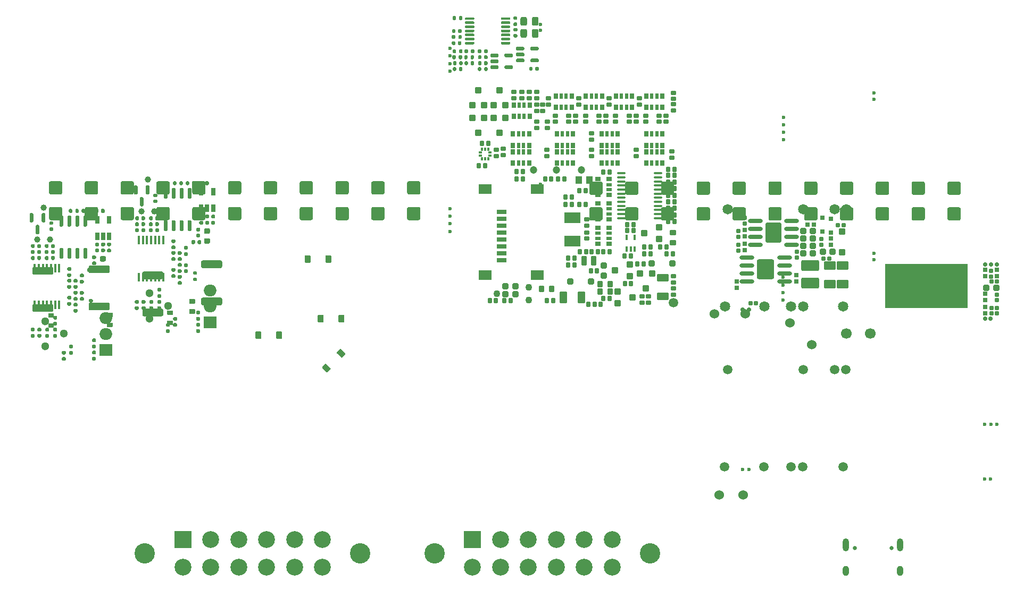
<source format=gbs>
G75*
G70*
%OFA0B0*%
%FSLAX25Y25*%
%IPPOS*%
%LPD*%
%AMOC8*
5,1,8,0,0,1.08239X$1,22.5*
%
%AMM116*
21,1,0.025200,0.019680,-0.000000,0.000000,90.000000*
21,1,0.015750,0.029130,-0.000000,0.000000,90.000000*
1,1,0.009450,0.009840,0.007870*
1,1,0.009450,0.009840,-0.007870*
1,1,0.009450,-0.009840,-0.007870*
1,1,0.009450,-0.009840,0.007870*
%
%AMM117*
21,1,0.025200,0.019680,-0.000000,0.000000,0.000000*
21,1,0.015750,0.029130,-0.000000,0.000000,0.000000*
1,1,0.009450,0.007870,-0.009840*
1,1,0.009450,-0.007870,-0.009840*
1,1,0.009450,-0.007870,0.009840*
1,1,0.009450,0.007870,0.009840*
%
%AMM124*
21,1,0.038980,0.026770,-0.000000,0.000000,0.000000*
21,1,0.026770,0.038980,-0.000000,0.000000,0.000000*
1,1,0.012210,0.013390,-0.013390*
1,1,0.012210,-0.013390,-0.013390*
1,1,0.012210,-0.013390,0.013390*
1,1,0.012210,0.013390,0.013390*
%
%AMM125*
21,1,0.029130,0.018900,-0.000000,0.000000,270.000000*
21,1,0.018900,0.029130,-0.000000,0.000000,270.000000*
1,1,0.010240,-0.009450,-0.009450*
1,1,0.010240,-0.009450,0.009450*
1,1,0.010240,0.009450,0.009450*
1,1,0.010240,0.009450,-0.009450*
%
%AMM183*
21,1,0.041340,0.026770,0.000000,-0.000000,270.000000*
21,1,0.029130,0.038980,0.000000,-0.000000,270.000000*
1,1,0.012210,-0.013390,-0.014570*
1,1,0.012210,-0.013390,0.014570*
1,1,0.012210,0.013390,0.014570*
1,1,0.012210,0.013390,-0.014570*
%
%AMM184*
21,1,0.076380,0.036220,0.000000,-0.000000,0.000000*
21,1,0.061810,0.050790,0.000000,-0.000000,0.000000*
1,1,0.014570,0.030910,-0.018110*
1,1,0.014570,-0.030910,-0.018110*
1,1,0.014570,-0.030910,0.018110*
1,1,0.014570,0.030910,0.018110*
%
%AMM187*
21,1,0.029130,0.018900,0.000000,-0.000000,0.000000*
21,1,0.018900,0.029130,0.000000,-0.000000,0.000000*
1,1,0.010240,0.009450,-0.009450*
1,1,0.010240,-0.009450,-0.009450*
1,1,0.010240,-0.009450,0.009450*
1,1,0.010240,0.009450,0.009450*
%
%AMM188*
21,1,0.025200,0.019680,0.000000,-0.000000,270.000000*
21,1,0.015750,0.029130,0.000000,-0.000000,270.000000*
1,1,0.009450,-0.009840,-0.007870*
1,1,0.009450,-0.009840,0.007870*
1,1,0.009450,0.009840,0.007870*
1,1,0.009450,0.009840,-0.007870*
%
%AMM189*
21,1,0.025200,0.019680,0.000000,-0.000000,180.000000*
21,1,0.015750,0.029130,0.000000,-0.000000,180.000000*
1,1,0.009450,-0.007870,0.009840*
1,1,0.009450,0.007870,0.009840*
1,1,0.009450,0.007870,-0.009840*
1,1,0.009450,-0.007870,-0.009840*
%
%AMM195*
21,1,0.111810,0.050390,0.000000,-0.000000,0.000000*
21,1,0.093700,0.068500,0.000000,-0.000000,0.000000*
1,1,0.018110,0.046850,-0.025200*
1,1,0.018110,-0.046850,-0.025200*
1,1,0.018110,-0.046850,0.025200*
1,1,0.018110,0.046850,0.025200*
%
%AMM196*
21,1,0.038980,0.026770,0.000000,-0.000000,180.000000*
21,1,0.026770,0.038980,0.000000,-0.000000,180.000000*
1,1,0.012210,-0.013390,0.013390*
1,1,0.012210,0.013390,0.013390*
1,1,0.012210,0.013390,-0.013390*
1,1,0.012210,-0.013390,-0.013390*
%
%AMM197*
21,1,0.029130,0.018900,0.000000,-0.000000,90.000000*
21,1,0.018900,0.029130,0.000000,-0.000000,90.000000*
1,1,0.010240,0.009450,0.009450*
1,1,0.010240,0.009450,-0.009450*
1,1,0.010240,-0.009450,-0.009450*
1,1,0.010240,-0.009450,0.009450*
%
%AMM198*
21,1,0.127560,0.075590,0.000000,-0.000000,90.000000*
21,1,0.103150,0.100000,0.000000,-0.000000,90.000000*
1,1,0.024410,0.037800,0.051580*
1,1,0.024410,0.037800,-0.051580*
1,1,0.024410,-0.037800,-0.051580*
1,1,0.024410,-0.037800,0.051580*
%
%AMM199*
21,1,0.123620,0.083460,0.000000,-0.000000,270.000000*
21,1,0.097240,0.109840,0.000000,-0.000000,270.000000*
1,1,0.026380,-0.041730,-0.048620*
1,1,0.026380,-0.041730,0.048620*
1,1,0.026380,0.041730,0.048620*
1,1,0.026380,0.041730,-0.048620*
%
%AMM271*
21,1,0.029530,0.026380,-0.000000,-0.000000,90.000000*
21,1,0.020470,0.035430,-0.000000,-0.000000,90.000000*
1,1,0.009060,0.013190,0.010240*
1,1,0.009060,0.013190,-0.010240*
1,1,0.009060,-0.013190,-0.010240*
1,1,0.009060,-0.013190,0.010240*
%
%AMM272*
21,1,0.021650,0.027950,-0.000000,-0.000000,90.000000*
21,1,0.014170,0.035430,-0.000000,-0.000000,90.000000*
1,1,0.007480,0.013980,0.007090*
1,1,0.007480,0.013980,-0.007090*
1,1,0.007480,-0.013980,-0.007090*
1,1,0.007480,-0.013980,0.007090*
%
%AMM275*
21,1,0.031500,0.018900,-0.000000,-0.000000,270.000000*
21,1,0.022840,0.027560,-0.000000,-0.000000,270.000000*
1,1,0.008660,-0.009450,-0.011420*
1,1,0.008660,-0.009450,0.011420*
1,1,0.008660,0.009450,0.011420*
1,1,0.008660,0.009450,-0.011420*
%
%AMM277*
21,1,0.031500,0.018900,-0.000000,-0.000000,0.000000*
21,1,0.022840,0.027560,-0.000000,-0.000000,0.000000*
1,1,0.008660,0.011420,-0.009450*
1,1,0.008660,-0.011420,-0.009450*
1,1,0.008660,-0.011420,0.009450*
1,1,0.008660,0.011420,0.009450*
%
%AMM279*
21,1,0.039370,0.030320,-0.000000,-0.000000,90.000000*
21,1,0.028350,0.041340,-0.000000,-0.000000,90.000000*
1,1,0.011020,0.015160,0.014170*
1,1,0.011020,0.015160,-0.014170*
1,1,0.011020,-0.015160,-0.014170*
1,1,0.011020,-0.015160,0.014170*
%
%AMM282*
21,1,0.031500,0.030710,-0.000000,-0.000000,180.000000*
21,1,0.022050,0.040160,-0.000000,-0.000000,180.000000*
1,1,0.009450,-0.011020,0.015350*
1,1,0.009450,0.011020,0.015350*
1,1,0.009450,0.011020,-0.015350*
1,1,0.009450,-0.011020,-0.015350*
%
%AMM297*
21,1,0.037400,0.026770,-0.000000,-0.000000,270.000000*
21,1,0.026770,0.037400,-0.000000,-0.000000,270.000000*
1,1,0.010630,-0.013390,-0.013390*
1,1,0.010630,-0.013390,0.013390*
1,1,0.010630,0.013390,0.013390*
1,1,0.010630,0.013390,-0.013390*
%
%AMM298*
21,1,0.029530,0.026380,-0.000000,-0.000000,180.000000*
21,1,0.020470,0.035430,-0.000000,-0.000000,180.000000*
1,1,0.009060,-0.010240,0.013190*
1,1,0.009060,0.010240,0.013190*
1,1,0.009060,0.010240,-0.013190*
1,1,0.009060,-0.010240,-0.013190*
%
%AMM299*
21,1,0.021650,0.027950,-0.000000,-0.000000,180.000000*
21,1,0.014170,0.035430,-0.000000,-0.000000,180.000000*
1,1,0.007480,-0.007090,0.013980*
1,1,0.007480,0.007090,0.013980*
1,1,0.007480,0.007090,-0.013980*
1,1,0.007480,-0.007090,-0.013980*
%
%AMM300*
21,1,0.037400,0.026770,-0.000000,-0.000000,180.000000*
21,1,0.026770,0.037400,-0.000000,-0.000000,180.000000*
1,1,0.010630,-0.013390,0.013390*
1,1,0.010630,0.013390,0.013390*
1,1,0.010630,0.013390,-0.013390*
1,1,0.010630,-0.013390,-0.013390*
%
%AMM301*
21,1,0.082680,0.045670,-0.000000,-0.000000,0.000000*
21,1,0.067320,0.061020,-0.000000,-0.000000,0.000000*
1,1,0.015350,0.033660,-0.022840*
1,1,0.015350,-0.033660,-0.022840*
1,1,0.015350,-0.033660,0.022840*
1,1,0.015350,0.033660,0.022840*
%
%AMM302*
21,1,0.062990,0.020470,-0.000000,-0.000000,0.000000*
21,1,0.053940,0.029530,-0.000000,-0.000000,0.000000*
1,1,0.009060,0.026970,-0.010240*
1,1,0.009060,-0.026970,-0.010240*
1,1,0.009060,-0.026970,0.010240*
1,1,0.009060,0.026970,0.010240*
%
%AMM303*
21,1,0.039370,0.030320,-0.000000,-0.000000,0.000000*
21,1,0.028350,0.041340,-0.000000,-0.000000,0.000000*
1,1,0.011020,0.014170,-0.015160*
1,1,0.011020,-0.014170,-0.015160*
1,1,0.011020,-0.014170,0.015160*
1,1,0.011020,0.014170,0.015160*
%
%AMM304*
21,1,0.016540,0.028980,-0.000000,-0.000000,0.000000*
21,1,0.010080,0.035430,-0.000000,-0.000000,0.000000*
1,1,0.006460,0.005040,-0.014490*
1,1,0.006460,-0.005040,-0.014490*
1,1,0.006460,-0.005040,0.014490*
1,1,0.006460,0.005040,0.014490*
%
%AMM305*
21,1,0.074800,0.036220,-0.000000,-0.000000,180.000000*
21,1,0.061810,0.049210,-0.000000,-0.000000,180.000000*
1,1,0.012990,-0.030910,0.018110*
1,1,0.012990,0.030910,0.018110*
1,1,0.012990,0.030910,-0.018110*
1,1,0.012990,-0.030910,-0.018110*
%
%AMM306*
21,1,0.039760,0.026770,-0.000000,-0.000000,180.000000*
21,1,0.029130,0.037400,-0.000000,-0.000000,180.000000*
1,1,0.010630,-0.014570,0.013390*
1,1,0.010630,0.014570,0.013390*
1,1,0.010630,0.014570,-0.013390*
1,1,0.010630,-0.014570,-0.013390*
%
%AMM307*
21,1,0.031500,0.049610,-0.000000,-0.000000,180.000000*
21,1,0.022050,0.059060,-0.000000,-0.000000,180.000000*
1,1,0.009450,-0.011020,0.024800*
1,1,0.009450,0.011020,0.024800*
1,1,0.009450,0.011020,-0.024800*
1,1,0.009450,-0.011020,-0.024800*
%
%AMM308*
21,1,0.074800,0.036220,-0.000000,-0.000000,270.000000*
21,1,0.061810,0.049210,-0.000000,-0.000000,270.000000*
1,1,0.012990,-0.018110,-0.030910*
1,1,0.012990,-0.018110,0.030910*
1,1,0.012990,0.018110,0.030910*
1,1,0.012990,0.018110,-0.030910*
%
%AMM309*
21,1,0.031500,0.030710,-0.000000,-0.000000,270.000000*
21,1,0.022050,0.040160,-0.000000,-0.000000,270.000000*
1,1,0.009450,-0.015350,-0.011020*
1,1,0.009450,-0.015350,0.011020*
1,1,0.009450,0.015350,0.011020*
1,1,0.009450,0.015350,-0.011020*
%
%ADD10C,0.06000*%
%ADD121C,0.02913*%
%ADD122C,0.06457*%
%ADD13R,0.10559X0.10559*%
%ADD14C,0.10559*%
%ADD145C,0.05118*%
%ADD15C,0.12756*%
%ADD158C,0.03900*%
%ADD16C,0.02362*%
%ADD214C,0.04724*%
%ADD215C,0.04294*%
%ADD240R,0.01772X0.01870*%
%ADD242O,0.05354X0.01378*%
%ADD245R,0.09843X0.07087*%
%ADD246R,0.01870X0.01772*%
%ADD248R,0.04331X0.04724*%
%ADD276M116*%
%ADD277M117*%
%ADD285M124*%
%ADD286M125*%
%ADD287O,0.09213X0.02520*%
%ADD345M183*%
%ADD346M184*%
%ADD349M187*%
%ADD35C,0.05906*%
%ADD350M188*%
%ADD351M189*%
%ADD357M195*%
%ADD358M196*%
%ADD359M197*%
%ADD360M198*%
%ADD361M199*%
%ADD370R,0.07874X0.07500*%
%ADD371O,0.07874X0.07500*%
%ADD373R,0.01772X0.05709*%
%ADD374R,0.02559X0.04803*%
%ADD45C,0.06693*%
%ADD466M271*%
%ADD467M272*%
%ADD47O,0.03937X0.08268*%
%ADD470M275*%
%ADD472M277*%
%ADD474M279*%
%ADD477M282*%
%ADD48O,0.03937X0.06299*%
%ADD492M297*%
%ADD493M298*%
%ADD494M299*%
%ADD495M300*%
%ADD496M301*%
%ADD497M302*%
%ADD498M303*%
%ADD499M304*%
%ADD500M305*%
%ADD501M306*%
%ADD502M307*%
%ADD503M308*%
%ADD504M309*%
%ADD67C,0.00472*%
%ADD68C,0.02559*%
X0000000Y0000000D02*
%LPD*%
G01*
D67*
X0604479Y0177362D02*
X0553298Y0177362D01*
X0553298Y0204921D01*
X0604479Y0204921D01*
X0604479Y0177362D01*
G36*
X0604479Y0177362D02*
G01*
X0553298Y0177362D01*
X0553298Y0204921D01*
X0604479Y0204921D01*
X0604479Y0177362D01*
G37*
D10*
X0464292Y0059645D03*
X0449292Y0059645D03*
D13*
X0294626Y0031889D03*
D14*
X0312146Y0031889D03*
X0329626Y0031889D03*
X0347146Y0031889D03*
X0364626Y0031889D03*
X0382146Y0031889D03*
X0382146Y0014370D03*
X0364626Y0014370D03*
X0347146Y0014370D03*
X0329626Y0014370D03*
X0312146Y0014370D03*
X0294626Y0014370D03*
D15*
X0270867Y0023110D03*
X0405867Y0023110D03*
D16*
X0615748Y0104035D03*
X0619489Y0104035D03*
X0623229Y0104035D03*
X0619292Y0069783D03*
X0615748Y0069783D03*
X0280512Y0234744D03*
X0280512Y0239468D03*
X0280512Y0230019D03*
X0280512Y0225295D03*
X0337304Y0250728D03*
X0337304Y0254665D03*
D35*
X0526969Y0077460D03*
X0501772Y0077460D03*
X0494292Y0077460D03*
X0477363Y0077460D03*
D16*
X0467914Y0075689D03*
X0463977Y0075689D03*
D35*
X0452756Y0077460D03*
X0528741Y0138484D03*
X0521457Y0138484D03*
X0501969Y0138484D03*
X0454528Y0138484D03*
G36*
G01*
X0253741Y0233267D02*
X0253741Y0239566D01*
G75*
G02*
X0254725Y0240551I0000984J0000000D01*
G01*
X0261024Y0240551D01*
G75*
G02*
X0262008Y0239566I0000000J-000984D01*
G01*
X0262008Y0233267D01*
G75*
G02*
X0261024Y0232283I-000984J0000000D01*
G01*
X0254725Y0232283D01*
G75*
G02*
X0253741Y0233267I0000000J0000984D01*
G01*
G37*
G36*
G01*
X0231300Y0233267D02*
X0231300Y0239566D01*
G75*
G02*
X0232284Y0240551I0000984J0000000D01*
G01*
X0238583Y0240551D01*
G75*
G02*
X0239567Y0239566I0000000J-000984D01*
G01*
X0239567Y0233267D01*
G75*
G02*
X0238583Y0232283I-000984J0000000D01*
G01*
X0232284Y0232283D01*
G75*
G02*
X0231300Y0233267I0000000J0000984D01*
G01*
G37*
G36*
G01*
X0208859Y0233267D02*
X0208859Y0239566D01*
G75*
G02*
X0209843Y0240551I0000984J0000000D01*
G01*
X0216142Y0240551D01*
G75*
G02*
X0217126Y0239566I0000000J-000984D01*
G01*
X0217126Y0233267D01*
G75*
G02*
X0216142Y0232283I-000984J0000000D01*
G01*
X0209843Y0232283D01*
G75*
G02*
X0208859Y0233267I0000000J0000984D01*
G01*
G37*
G36*
G01*
X0186418Y0233267D02*
X0186418Y0239566D01*
G75*
G02*
X0187402Y0240551I0000984J0000000D01*
G01*
X0193701Y0240551D01*
G75*
G02*
X0194685Y0239566I0000000J-000984D01*
G01*
X0194685Y0233267D01*
G75*
G02*
X0193701Y0232283I-000984J0000000D01*
G01*
X0187402Y0232283D01*
G75*
G02*
X0186418Y0233267I0000000J0000984D01*
G01*
G37*
G36*
G01*
X0163977Y0233267D02*
X0163977Y0239566D01*
G75*
G02*
X0164961Y0240551I0000984J0000000D01*
G01*
X0171260Y0240551D01*
G75*
G02*
X0172245Y0239566I0000000J-000984D01*
G01*
X0172245Y0233267D01*
G75*
G02*
X0171260Y0232283I-000984J0000000D01*
G01*
X0164961Y0232283D01*
G75*
G02*
X0163977Y0233267I0000000J0000984D01*
G01*
G37*
G36*
G01*
X0141536Y0233267D02*
X0141536Y0239566D01*
G75*
G02*
X0142520Y0240551I0000984J0000000D01*
G01*
X0148819Y0240551D01*
G75*
G02*
X0149804Y0239566I0000000J-000984D01*
G01*
X0149804Y0233267D01*
G75*
G02*
X0148819Y0232283I-000984J0000000D01*
G01*
X0142520Y0232283D01*
G75*
G02*
X0141536Y0233267I0000000J0000984D01*
G01*
G37*
G36*
G01*
X0119095Y0233267D02*
X0119095Y0239566D01*
G75*
G02*
X0120079Y0240551I0000984J0000000D01*
G01*
X0126378Y0240551D01*
G75*
G02*
X0127363Y0239566I0000000J-000984D01*
G01*
X0127363Y0233267D01*
G75*
G02*
X0126378Y0232283I-000984J0000000D01*
G01*
X0120079Y0232283D01*
G75*
G02*
X0119095Y0233267I0000000J0000984D01*
G01*
G37*
G36*
G01*
X0096654Y0233267D02*
X0096654Y0239566D01*
G75*
G02*
X0097638Y0240551I0000984J0000000D01*
G01*
X0103937Y0240551D01*
G75*
G02*
X0104922Y0239566I0000000J-000984D01*
G01*
X0104922Y0233267D01*
G75*
G02*
X0103937Y0232283I-000984J0000000D01*
G01*
X0097638Y0232283D01*
G75*
G02*
X0096654Y0233267I0000000J0000984D01*
G01*
G37*
G36*
G01*
X0074213Y0233267D02*
X0074213Y0239566D01*
G75*
G02*
X0075197Y0240551I0000984J0000000D01*
G01*
X0081496Y0240551D01*
G75*
G02*
X0082481Y0239566I0000000J-000984D01*
G01*
X0082481Y0233267D01*
G75*
G02*
X0081496Y0232283I-000984J0000000D01*
G01*
X0075197Y0232283D01*
G75*
G02*
X0074213Y0233267I0000000J0000984D01*
G01*
G37*
G36*
G01*
X0051772Y0233267D02*
X0051772Y0239566D01*
G75*
G02*
X0052756Y0240551I0000984J0000000D01*
G01*
X0059056Y0240551D01*
G75*
G02*
X0060040Y0239566I0000000J-000984D01*
G01*
X0060040Y0233267D01*
G75*
G02*
X0059056Y0232283I-000984J0000000D01*
G01*
X0052756Y0232283D01*
G75*
G02*
X0051772Y0233267I0000000J0000984D01*
G01*
G37*
G36*
G01*
X0029331Y0233267D02*
X0029331Y0239566D01*
G75*
G02*
X0030315Y0240551I0000984J0000000D01*
G01*
X0036615Y0240551D01*
G75*
G02*
X0037599Y0239566I0000000J-000984D01*
G01*
X0037599Y0233267D01*
G75*
G02*
X0036615Y0232283I-000984J0000000D01*
G01*
X0030315Y0232283D01*
G75*
G02*
X0029331Y0233267I0000000J0000984D01*
G01*
G37*
G36*
G01*
X0253741Y0249409D02*
X0253741Y0255708D01*
G75*
G02*
X0254725Y0256692I0000984J0000000D01*
G01*
X0261024Y0256692D01*
G75*
G02*
X0262008Y0255708I0000000J-000984D01*
G01*
X0262008Y0249409D01*
G75*
G02*
X0261024Y0248425I-000984J0000000D01*
G01*
X0254725Y0248425D01*
G75*
G02*
X0253741Y0249409I0000000J0000984D01*
G01*
G37*
G36*
G01*
X0231300Y0249409D02*
X0231300Y0255708D01*
G75*
G02*
X0232284Y0256692I0000984J0000000D01*
G01*
X0238583Y0256692D01*
G75*
G02*
X0239567Y0255708I0000000J-000984D01*
G01*
X0239567Y0249409D01*
G75*
G02*
X0238583Y0248425I-000984J0000000D01*
G01*
X0232284Y0248425D01*
G75*
G02*
X0231300Y0249409I0000000J0000984D01*
G01*
G37*
G36*
G01*
X0208859Y0249409D02*
X0208859Y0255708D01*
G75*
G02*
X0209843Y0256692I0000984J0000000D01*
G01*
X0216142Y0256692D01*
G75*
G02*
X0217126Y0255708I0000000J-000984D01*
G01*
X0217126Y0249409D01*
G75*
G02*
X0216142Y0248425I-000984J0000000D01*
G01*
X0209843Y0248425D01*
G75*
G02*
X0208859Y0249409I0000000J0000984D01*
G01*
G37*
G36*
G01*
X0186418Y0249409D02*
X0186418Y0255708D01*
G75*
G02*
X0187402Y0256692I0000984J0000000D01*
G01*
X0193701Y0256692D01*
G75*
G02*
X0194685Y0255708I0000000J-000984D01*
G01*
X0194685Y0249409D01*
G75*
G02*
X0193701Y0248425I-000984J0000000D01*
G01*
X0187402Y0248425D01*
G75*
G02*
X0186418Y0249409I0000000J0000984D01*
G01*
G37*
G36*
G01*
X0163977Y0249409D02*
X0163977Y0255708D01*
G75*
G02*
X0164961Y0256692I0000984J0000000D01*
G01*
X0171260Y0256692D01*
G75*
G02*
X0172245Y0255708I0000000J-000984D01*
G01*
X0172245Y0249409D01*
G75*
G02*
X0171260Y0248425I-000984J0000000D01*
G01*
X0164961Y0248425D01*
G75*
G02*
X0163977Y0249409I0000000J0000984D01*
G01*
G37*
G36*
G01*
X0141536Y0249409D02*
X0141536Y0255708D01*
G75*
G02*
X0142520Y0256692I0000984J0000000D01*
G01*
X0148819Y0256692D01*
G75*
G02*
X0149804Y0255708I0000000J-000984D01*
G01*
X0149804Y0249409D01*
G75*
G02*
X0148819Y0248425I-000984J0000000D01*
G01*
X0142520Y0248425D01*
G75*
G02*
X0141536Y0249409I0000000J0000984D01*
G01*
G37*
G36*
G01*
X0119095Y0249409D02*
X0119095Y0255708D01*
G75*
G02*
X0120079Y0256692I0000984J0000000D01*
G01*
X0126378Y0256692D01*
G75*
G02*
X0127363Y0255708I0000000J-000984D01*
G01*
X0127363Y0249409D01*
G75*
G02*
X0126378Y0248425I-000984J0000000D01*
G01*
X0120079Y0248425D01*
G75*
G02*
X0119095Y0249409I0000000J0000984D01*
G01*
G37*
G36*
G01*
X0096654Y0249409D02*
X0096654Y0255708D01*
G75*
G02*
X0097638Y0256692I0000984J0000000D01*
G01*
X0103937Y0256692D01*
G75*
G02*
X0104922Y0255708I0000000J-000984D01*
G01*
X0104922Y0249409D01*
G75*
G02*
X0103937Y0248425I-000984J0000000D01*
G01*
X0097638Y0248425D01*
G75*
G02*
X0096654Y0249409I0000000J0000984D01*
G01*
G37*
G36*
G01*
X0074213Y0249409D02*
X0074213Y0255708D01*
G75*
G02*
X0075197Y0256692I0000984J0000000D01*
G01*
X0081496Y0256692D01*
G75*
G02*
X0082481Y0255708I0000000J-000984D01*
G01*
X0082481Y0249409D01*
G75*
G02*
X0081496Y0248425I-000984J0000000D01*
G01*
X0075197Y0248425D01*
G75*
G02*
X0074213Y0249409I0000000J0000984D01*
G01*
G37*
G36*
G01*
X0051772Y0249409D02*
X0051772Y0255708D01*
G75*
G02*
X0052756Y0256692I0000984J0000000D01*
G01*
X0059056Y0256692D01*
G75*
G02*
X0060040Y0255708I0000000J-000984D01*
G01*
X0060040Y0249409D01*
G75*
G02*
X0059056Y0248425I-000984J0000000D01*
G01*
X0052756Y0248425D01*
G75*
G02*
X0051772Y0249409I0000000J0000984D01*
G01*
G37*
G36*
G01*
X0029331Y0249409D02*
X0029331Y0255708D01*
G75*
G02*
X0030315Y0256692I0000984J0000000D01*
G01*
X0036615Y0256692D01*
G75*
G02*
X0037599Y0255708I0000000J-000984D01*
G01*
X0037599Y0249409D01*
G75*
G02*
X0036615Y0248425I-000984J0000000D01*
G01*
X0030315Y0248425D01*
G75*
G02*
X0029331Y0249409I0000000J0000984D01*
G01*
G37*
G36*
G01*
X0592323Y0233070D02*
X0592323Y0239370D01*
G75*
G02*
X0593308Y0240354I0000984J0000000D01*
G01*
X0599607Y0240354D01*
G75*
G02*
X0600591Y0239370I0000000J-000984D01*
G01*
X0600591Y0233070D01*
G75*
G02*
X0599607Y0232086I-000984J0000000D01*
G01*
X0593308Y0232086D01*
G75*
G02*
X0592323Y0233070I0000000J0000984D01*
G01*
G37*
G36*
G01*
X0569882Y0233070D02*
X0569882Y0239370D01*
G75*
G02*
X0570867Y0240354I0000984J0000000D01*
G01*
X0577166Y0240354D01*
G75*
G02*
X0578150Y0239370I0000000J-000984D01*
G01*
X0578150Y0233070D01*
G75*
G02*
X0577166Y0232086I-000984J0000000D01*
G01*
X0570867Y0232086D01*
G75*
G02*
X0569882Y0233070I0000000J0000984D01*
G01*
G37*
G36*
G01*
X0547441Y0233070D02*
X0547441Y0239370D01*
G75*
G02*
X0548426Y0240354I0000984J0000000D01*
G01*
X0554725Y0240354D01*
G75*
G02*
X0555709Y0239370I0000000J-000984D01*
G01*
X0555709Y0233070D01*
G75*
G02*
X0554725Y0232086I-000984J0000000D01*
G01*
X0548426Y0232086D01*
G75*
G02*
X0547441Y0233070I0000000J0000984D01*
G01*
G37*
G36*
G01*
X0525000Y0233070D02*
X0525000Y0239370D01*
G75*
G02*
X0525985Y0240354I0000984J0000000D01*
G01*
X0532284Y0240354D01*
G75*
G02*
X0533268Y0239370I0000000J-000984D01*
G01*
X0533268Y0233070D01*
G75*
G02*
X0532284Y0232086I-000984J0000000D01*
G01*
X0525985Y0232086D01*
G75*
G02*
X0525000Y0233070I0000000J0000984D01*
G01*
G37*
G36*
G01*
X0502559Y0233070D02*
X0502559Y0239370D01*
G75*
G02*
X0503544Y0240354I0000984J0000000D01*
G01*
X0509843Y0240354D01*
G75*
G02*
X0510827Y0239370I0000000J-000984D01*
G01*
X0510827Y0233070D01*
G75*
G02*
X0509843Y0232086I-000984J0000000D01*
G01*
X0503544Y0232086D01*
G75*
G02*
X0502559Y0233070I0000000J0000984D01*
G01*
G37*
G36*
G01*
X0480119Y0233070D02*
X0480119Y0239370D01*
G75*
G02*
X0481103Y0240354I0000984J0000000D01*
G01*
X0487402Y0240354D01*
G75*
G02*
X0488386Y0239370I0000000J-000984D01*
G01*
X0488386Y0233070D01*
G75*
G02*
X0487402Y0232086I-000984J0000000D01*
G01*
X0481103Y0232086D01*
G75*
G02*
X0480119Y0233070I0000000J0000984D01*
G01*
G37*
G36*
G01*
X0457678Y0233070D02*
X0457678Y0239370D01*
G75*
G02*
X0458662Y0240354I0000984J0000000D01*
G01*
X0464961Y0240354D01*
G75*
G02*
X0465945Y0239370I0000000J-000984D01*
G01*
X0465945Y0233070D01*
G75*
G02*
X0464961Y0232086I-000984J0000000D01*
G01*
X0458662Y0232086D01*
G75*
G02*
X0457678Y0233070I0000000J0000984D01*
G01*
G37*
G36*
G01*
X0435237Y0233070D02*
X0435237Y0239370D01*
G75*
G02*
X0436221Y0240354I0000984J0000000D01*
G01*
X0442520Y0240354D01*
G75*
G02*
X0443504Y0239370I0000000J-000984D01*
G01*
X0443504Y0233070D01*
G75*
G02*
X0442520Y0232086I-000984J0000000D01*
G01*
X0436221Y0232086D01*
G75*
G02*
X0435237Y0233070I0000000J0000984D01*
G01*
G37*
G36*
G01*
X0412796Y0233070D02*
X0412796Y0239370D01*
G75*
G02*
X0413780Y0240354I0000984J0000000D01*
G01*
X0420079Y0240354D01*
G75*
G02*
X0421063Y0239370I0000000J-000984D01*
G01*
X0421063Y0233070D01*
G75*
G02*
X0420079Y0232086I-000984J0000000D01*
G01*
X0413780Y0232086D01*
G75*
G02*
X0412796Y0233070I0000000J0000984D01*
G01*
G37*
G36*
G01*
X0390355Y0233070D02*
X0390355Y0239370D01*
G75*
G02*
X0391339Y0240354I0000984J0000000D01*
G01*
X0397638Y0240354D01*
G75*
G02*
X0398622Y0239370I0000000J-000984D01*
G01*
X0398622Y0233070D01*
G75*
G02*
X0397638Y0232086I-000984J0000000D01*
G01*
X0391339Y0232086D01*
G75*
G02*
X0390355Y0233070I0000000J0000984D01*
G01*
G37*
G36*
G01*
X0367914Y0233070D02*
X0367914Y0239370D01*
G75*
G02*
X0368898Y0240354I0000984J0000000D01*
G01*
X0375197Y0240354D01*
G75*
G02*
X0376182Y0239370I0000000J-000984D01*
G01*
X0376182Y0233070D01*
G75*
G02*
X0375197Y0232086I-000984J0000000D01*
G01*
X0368898Y0232086D01*
G75*
G02*
X0367914Y0233070I0000000J0000984D01*
G01*
G37*
G36*
G01*
X0592323Y0249212D02*
X0592323Y0255511D01*
G75*
G02*
X0593308Y0256496I0000984J0000000D01*
G01*
X0599607Y0256496D01*
G75*
G02*
X0600591Y0255511I0000000J-000984D01*
G01*
X0600591Y0249212D01*
G75*
G02*
X0599607Y0248228I-000984J0000000D01*
G01*
X0593308Y0248228D01*
G75*
G02*
X0592323Y0249212I0000000J0000984D01*
G01*
G37*
G36*
G01*
X0569882Y0249212D02*
X0569882Y0255511D01*
G75*
G02*
X0570867Y0256496I0000984J0000000D01*
G01*
X0577166Y0256496D01*
G75*
G02*
X0578150Y0255511I0000000J-000984D01*
G01*
X0578150Y0249212D01*
G75*
G02*
X0577166Y0248228I-000984J0000000D01*
G01*
X0570867Y0248228D01*
G75*
G02*
X0569882Y0249212I0000000J0000984D01*
G01*
G37*
G36*
G01*
X0547441Y0249212D02*
X0547441Y0255511D01*
G75*
G02*
X0548426Y0256496I0000984J0000000D01*
G01*
X0554725Y0256496D01*
G75*
G02*
X0555709Y0255511I0000000J-000984D01*
G01*
X0555709Y0249212D01*
G75*
G02*
X0554725Y0248228I-000984J0000000D01*
G01*
X0548426Y0248228D01*
G75*
G02*
X0547441Y0249212I0000000J0000984D01*
G01*
G37*
G36*
G01*
X0525000Y0249212D02*
X0525000Y0255511D01*
G75*
G02*
X0525985Y0256496I0000984J0000000D01*
G01*
X0532284Y0256496D01*
G75*
G02*
X0533268Y0255511I0000000J-000984D01*
G01*
X0533268Y0249212D01*
G75*
G02*
X0532284Y0248228I-000984J0000000D01*
G01*
X0525985Y0248228D01*
G75*
G02*
X0525000Y0249212I0000000J0000984D01*
G01*
G37*
G36*
G01*
X0502559Y0249212D02*
X0502559Y0255511D01*
G75*
G02*
X0503544Y0256496I0000984J0000000D01*
G01*
X0509843Y0256496D01*
G75*
G02*
X0510827Y0255511I0000000J-000984D01*
G01*
X0510827Y0249212D01*
G75*
G02*
X0509843Y0248228I-000984J0000000D01*
G01*
X0503544Y0248228D01*
G75*
G02*
X0502559Y0249212I0000000J0000984D01*
G01*
G37*
G36*
G01*
X0480119Y0249212D02*
X0480119Y0255511D01*
G75*
G02*
X0481103Y0256496I0000984J0000000D01*
G01*
X0487402Y0256496D01*
G75*
G02*
X0488386Y0255511I0000000J-000984D01*
G01*
X0488386Y0249212D01*
G75*
G02*
X0487402Y0248228I-000984J0000000D01*
G01*
X0481103Y0248228D01*
G75*
G02*
X0480119Y0249212I0000000J0000984D01*
G01*
G37*
G36*
G01*
X0457678Y0249212D02*
X0457678Y0255511D01*
G75*
G02*
X0458662Y0256496I0000984J0000000D01*
G01*
X0464961Y0256496D01*
G75*
G02*
X0465945Y0255511I0000000J-000984D01*
G01*
X0465945Y0249212D01*
G75*
G02*
X0464961Y0248228I-000984J0000000D01*
G01*
X0458662Y0248228D01*
G75*
G02*
X0457678Y0249212I0000000J0000984D01*
G01*
G37*
G36*
G01*
X0435237Y0249212D02*
X0435237Y0255511D01*
G75*
G02*
X0436221Y0256496I0000984J0000000D01*
G01*
X0442520Y0256496D01*
G75*
G02*
X0443504Y0255511I0000000J-000984D01*
G01*
X0443504Y0249212D01*
G75*
G02*
X0442520Y0248228I-000984J0000000D01*
G01*
X0436221Y0248228D01*
G75*
G02*
X0435237Y0249212I0000000J0000984D01*
G01*
G37*
G36*
G01*
X0412796Y0249212D02*
X0412796Y0255511D01*
G75*
G02*
X0413780Y0256496I0000984J0000000D01*
G01*
X0420079Y0256496D01*
G75*
G02*
X0421063Y0255511I0000000J-000984D01*
G01*
X0421063Y0249212D01*
G75*
G02*
X0420079Y0248228I-000984J0000000D01*
G01*
X0413780Y0248228D01*
G75*
G02*
X0412796Y0249212I0000000J0000984D01*
G01*
G37*
G36*
G01*
X0390355Y0249212D02*
X0390355Y0255511D01*
G75*
G02*
X0391339Y0256496I0000984J0000000D01*
G01*
X0397638Y0256496D01*
G75*
G02*
X0398622Y0255511I0000000J-000984D01*
G01*
X0398622Y0249212D01*
G75*
G02*
X0397638Y0248228I-000984J0000000D01*
G01*
X0391339Y0248228D01*
G75*
G02*
X0390355Y0249212I0000000J0000984D01*
G01*
G37*
G36*
G01*
X0367914Y0249212D02*
X0367914Y0255511D01*
G75*
G02*
X0368898Y0256496I0000984J0000000D01*
G01*
X0375197Y0256496D01*
G75*
G02*
X0376182Y0255511I0000000J-000984D01*
G01*
X0376182Y0249212D01*
G75*
G02*
X0375197Y0248228I-000984J0000000D01*
G01*
X0368898Y0248228D01*
G75*
G02*
X0367914Y0249212I0000000J0000984D01*
G01*
G37*
D16*
X0489371Y0191633D03*
X0489371Y0196358D03*
X0489371Y0186909D03*
X0489371Y0182185D03*
X0546162Y0207618D03*
X0546162Y0211555D03*
D45*
X0529036Y0161220D03*
D68*
X0534390Y0026594D03*
X0557146Y0026594D03*
D47*
X0528760Y0028563D03*
D48*
X0528760Y0012106D03*
D47*
X0562776Y0028563D03*
D48*
X0562776Y0012106D03*
D45*
X0543918Y0161220D03*
D10*
X0446162Y0173425D03*
X0465453Y0173425D03*
D13*
X0113130Y0031889D03*
D14*
X0130650Y0031889D03*
X0148130Y0031889D03*
X0165650Y0031889D03*
X0183130Y0031889D03*
X0200650Y0031889D03*
X0200650Y0014370D03*
X0183130Y0014370D03*
X0165650Y0014370D03*
X0148130Y0014370D03*
X0130650Y0014370D03*
X0113130Y0014370D03*
D15*
X0089371Y0023110D03*
X0224371Y0023110D03*
D10*
X0493672Y0167647D03*
X0507313Y0154006D03*
G36*
G01*
X0100000Y0171948D02*
X0088780Y0171948D01*
G75*
G02*
X0087796Y0172933I0000000J0000984D01*
G01*
X0087796Y0175787D01*
G75*
G02*
X0088780Y0176771I0000984J0000000D01*
G01*
X0100000Y0176771D01*
G75*
G02*
X0100985Y0175787I0000000J-000984D01*
G01*
X0100985Y0172933D01*
G75*
G02*
X0100000Y0171948I-000984J0000000D01*
G01*
G37*
G36*
G01*
X0100000Y0195275D02*
X0088780Y0195275D01*
G75*
G02*
X0087796Y0196259I0000000J0000984D01*
G01*
X0087796Y0199114D01*
G75*
G02*
X0088780Y0200098I0000984J0000000D01*
G01*
X0100000Y0200098D01*
G75*
G02*
X0100985Y0199114I0000000J-000984D01*
G01*
X0100985Y0196259D01*
G75*
G02*
X0100000Y0195275I-000984J0000000D01*
G01*
G37*
G36*
G01*
X0136811Y0178838D02*
X0125591Y0178838D01*
G75*
G02*
X0124607Y0179822I0000000J0000984D01*
G01*
X0124607Y0182677D01*
G75*
G02*
X0125591Y0183661I0000984J0000000D01*
G01*
X0136811Y0183661D01*
G75*
G02*
X0137796Y0182677I0000000J-000984D01*
G01*
X0137796Y0179822D01*
G75*
G02*
X0136811Y0178838I-000984J0000000D01*
G01*
G37*
G36*
G01*
X0136811Y0202165D02*
X0125591Y0202165D01*
G75*
G02*
X0124607Y0203149I0000000J0000984D01*
G01*
X0124607Y0206003D01*
G75*
G02*
X0125591Y0206988I0000984J0000000D01*
G01*
X0136811Y0206988D01*
G75*
G02*
X0137796Y0206003I0000000J-000984D01*
G01*
X0137796Y0203149D01*
G75*
G02*
X0136811Y0202165I-000984J0000000D01*
G01*
G37*
G36*
G01*
X0068957Y0165157D02*
X0065886Y0165157D01*
G75*
G02*
X0065611Y0165433I0000000J0000276D01*
G01*
X0065611Y0167637D01*
G75*
G02*
X0065886Y0167913I0000276J0000000D01*
G01*
X0068957Y0167913D01*
G75*
G02*
X0069233Y0167637I0000000J-000276D01*
G01*
X0069233Y0165433D01*
G75*
G02*
X0068957Y0165157I-000276J0000000D01*
G01*
G37*
G36*
G01*
X0068957Y0171456D02*
X0065886Y0171456D01*
G75*
G02*
X0065611Y0171732I0000000J0000276D01*
G01*
X0065611Y0173937D01*
G75*
G02*
X0065886Y0174212I0000276J0000000D01*
G01*
X0068957Y0174212D01*
G75*
G02*
X0069233Y0173937I0000000J-000276D01*
G01*
X0069233Y0171732D01*
G75*
G02*
X0068957Y0171456I-000276J0000000D01*
G01*
G37*
G36*
G01*
X0206182Y0209881D02*
X0206182Y0205866D01*
G75*
G02*
X0205827Y0205511I-000354J0000000D01*
G01*
X0202993Y0205511D01*
G75*
G02*
X0202638Y0205866I0000000J0000354D01*
G01*
X0202638Y0209881D01*
G75*
G02*
X0202993Y0210236I0000354J0000000D01*
G01*
X0205827Y0210236D01*
G75*
G02*
X0206182Y0209881I0000000J-000354D01*
G01*
G37*
G36*
G01*
X0193189Y0209881D02*
X0193189Y0205866D01*
G75*
G02*
X0192835Y0205511I-000354J0000000D01*
G01*
X0190000Y0205511D01*
G75*
G02*
X0189646Y0205866I0000000J0000354D01*
G01*
X0189646Y0209881D01*
G75*
G02*
X0190000Y0210236I0000354J0000000D01*
G01*
X0192835Y0210236D01*
G75*
G02*
X0193189Y0209881I0000000J-000354D01*
G01*
G37*
G36*
G01*
X0212155Y0151312D02*
X0214994Y0148473D01*
G75*
G02*
X0214994Y0147972I-000251J-000251D01*
G01*
X0212990Y0145967D01*
G75*
G02*
X0212489Y0145967I-000251J0000251D01*
G01*
X0209649Y0148807D01*
G75*
G02*
X0209649Y0149308I0000251J0000251D01*
G01*
X0211654Y0151312D01*
G75*
G02*
X0212155Y0151312I0000251J-000251D01*
G01*
G37*
G36*
G01*
X0202968Y0142125D02*
X0205807Y0139286D01*
G75*
G02*
X0205807Y0138785I-000251J-000251D01*
G01*
X0203803Y0136780D01*
G75*
G02*
X0203302Y0136780I-000251J0000251D01*
G01*
X0200462Y0139620D01*
G75*
G02*
X0200462Y0140121I0000251J0000251D01*
G01*
X0202467Y0142125D01*
G75*
G02*
X0202968Y0142125I0000251J-000251D01*
G01*
G37*
G36*
G01*
X0120532Y0173622D02*
X0117461Y0173622D01*
G75*
G02*
X0117185Y0173897I0000000J0000276D01*
G01*
X0117185Y0176102D01*
G75*
G02*
X0117461Y0176378I0000276J0000000D01*
G01*
X0120532Y0176378D01*
G75*
G02*
X0120808Y0176102I0000000J-000276D01*
G01*
X0120808Y0173897D01*
G75*
G02*
X0120532Y0173622I-000276J0000000D01*
G01*
G37*
G36*
G01*
X0120532Y0179921D02*
X0117461Y0179921D01*
G75*
G02*
X0117185Y0180196I0000000J0000276D01*
G01*
X0117185Y0182401D01*
G75*
G02*
X0117461Y0182677I0000276J0000000D01*
G01*
X0120532Y0182677D01*
G75*
G02*
X0120808Y0182401I0000000J-000276D01*
G01*
X0120808Y0180196D01*
G75*
G02*
X0120532Y0179921I-000276J0000000D01*
G01*
G37*
G36*
G01*
X0066339Y0175689D02*
X0055119Y0175689D01*
G75*
G02*
X0054134Y0176673I0000000J0000984D01*
G01*
X0054134Y0179527D01*
G75*
G02*
X0055119Y0180511I0000984J0000000D01*
G01*
X0066339Y0180511D01*
G75*
G02*
X0067323Y0179527I0000000J-000984D01*
G01*
X0067323Y0176673D01*
G75*
G02*
X0066339Y0175689I-000984J0000000D01*
G01*
G37*
G36*
G01*
X0066339Y0199015D02*
X0055119Y0199015D01*
G75*
G02*
X0054134Y0200000I0000000J0000984D01*
G01*
X0054134Y0202854D01*
G75*
G02*
X0055119Y0203838I0000984J0000000D01*
G01*
X0066339Y0203838D01*
G75*
G02*
X0067323Y0202854I0000000J-000984D01*
G01*
X0067323Y0200000D01*
G75*
G02*
X0066339Y0199015I-000984J0000000D01*
G01*
G37*
G36*
G01*
X0214272Y0172480D02*
X0214272Y0168464D01*
G75*
G02*
X0213918Y0168110I-000354J0000000D01*
G01*
X0211083Y0168110D01*
G75*
G02*
X0210729Y0168464I0000000J0000354D01*
G01*
X0210729Y0172480D01*
G75*
G02*
X0211083Y0172834I0000354J0000000D01*
G01*
X0213918Y0172834D01*
G75*
G02*
X0214272Y0172480I0000000J-000354D01*
G01*
G37*
G36*
G01*
X0201280Y0172480D02*
X0201280Y0168464D01*
G75*
G02*
X0200926Y0168110I-000354J0000000D01*
G01*
X0198091Y0168110D01*
G75*
G02*
X0197737Y0168464I0000000J0000354D01*
G01*
X0197737Y0172480D01*
G75*
G02*
X0198091Y0172834I0000354J0000000D01*
G01*
X0200926Y0172834D01*
G75*
G02*
X0201280Y0172480I0000000J-000354D01*
G01*
G37*
G36*
G01*
X0175276Y0162047D02*
X0175276Y0158031D01*
G75*
G02*
X0174922Y0157677I-000354J0000000D01*
G01*
X0172087Y0157677D01*
G75*
G02*
X0171733Y0158031I0000000J0000354D01*
G01*
X0171733Y0162047D01*
G75*
G02*
X0172087Y0162401I0000354J0000000D01*
G01*
X0174922Y0162401D01*
G75*
G02*
X0175276Y0162047I0000000J-000354D01*
G01*
G37*
G36*
G01*
X0162284Y0162047D02*
X0162284Y0158031D01*
G75*
G02*
X0161930Y0157677I-000354J0000000D01*
G01*
X0159095Y0157677D01*
G75*
G02*
X0158741Y0158031I0000000J0000354D01*
G01*
X0158741Y0162047D01*
G75*
G02*
X0159095Y0162401I0000354J0000000D01*
G01*
X0161930Y0162401D01*
G75*
G02*
X0162284Y0162047I0000000J-000354D01*
G01*
G37*
G36*
G01*
X0032146Y0164763D02*
X0029075Y0164763D01*
G75*
G02*
X0028800Y0165039I0000000J0000276D01*
G01*
X0028800Y0167244D01*
G75*
G02*
X0029075Y0167519I0000276J0000000D01*
G01*
X0032146Y0167519D01*
G75*
G02*
X0032422Y0167244I0000000J-000276D01*
G01*
X0032422Y0165039D01*
G75*
G02*
X0032146Y0164763I-000276J0000000D01*
G01*
G37*
G36*
G01*
X0032146Y0171063D02*
X0029075Y0171063D01*
G75*
G02*
X0028800Y0171338I0000000J0000276D01*
G01*
X0028800Y0173543D01*
G75*
G02*
X0029075Y0173818I0000276J0000000D01*
G01*
X0032146Y0173818D01*
G75*
G02*
X0032422Y0173543I0000000J-000276D01*
G01*
X0032422Y0171338D01*
G75*
G02*
X0032146Y0171063I-000276J0000000D01*
G01*
G37*
G36*
G01*
X0031103Y0174704D02*
X0019882Y0174704D01*
G75*
G02*
X0018898Y0175689I0000000J0000984D01*
G01*
X0018898Y0178543D01*
G75*
G02*
X0019882Y0179527I0000984J0000000D01*
G01*
X0031103Y0179527D01*
G75*
G02*
X0032087Y0178543I0000000J-000984D01*
G01*
X0032087Y0175689D01*
G75*
G02*
X0031103Y0174704I-000984J0000000D01*
G01*
G37*
G36*
G01*
X0031103Y0198031D02*
X0019882Y0198031D01*
G75*
G02*
X0018898Y0199015I0000000J0000984D01*
G01*
X0018898Y0201870D01*
G75*
G02*
X0019882Y0202854I0000984J0000000D01*
G01*
X0031103Y0202854D01*
G75*
G02*
X0032087Y0201870I0000000J-000984D01*
G01*
X0032087Y0199015D01*
G75*
G02*
X0031103Y0198031I-000984J0000000D01*
G01*
G37*
G36*
G01*
X0106752Y0166535D02*
X0103682Y0166535D01*
G75*
G02*
X0103406Y0166811I0000000J0000276D01*
G01*
X0103406Y0169015D01*
G75*
G02*
X0103682Y0169291I0000276J0000000D01*
G01*
X0106752Y0169291D01*
G75*
G02*
X0107028Y0169015I0000000J-000276D01*
G01*
X0107028Y0166811D01*
G75*
G02*
X0106752Y0166535I-000276J0000000D01*
G01*
G37*
G36*
G01*
X0106752Y0172834D02*
X0103682Y0172834D01*
G75*
G02*
X0103406Y0173110I0000000J0000276D01*
G01*
X0103406Y0175315D01*
G75*
G02*
X0103682Y0175590I0000276J0000000D01*
G01*
X0106752Y0175590D01*
G75*
G02*
X0107028Y0175315I0000000J-000276D01*
G01*
X0107028Y0173110D01*
G75*
G02*
X0106752Y0172834I-000276J0000000D01*
G01*
G37*
X0449902Y0242028D02*
G01*
G75*
D345*
X0526280Y0212113D02*
D03*
X0526280Y0225105D02*
D03*
D346*
X0526674Y0192253D02*
D03*
X0526674Y0203670D02*
D03*
X0518642Y0192253D02*
D03*
X0518642Y0203670D02*
D03*
D349*
X0504626Y0229626D02*
D03*
X0508563Y0229626D02*
D03*
X0519193Y0232973D02*
D03*
X0519193Y0224311D02*
D03*
X0513945Y0233760D02*
D03*
X0513945Y0225099D02*
D03*
D350*
X0461319Y0221873D02*
D03*
X0461319Y0225417D02*
D03*
X0498052Y0212482D02*
D03*
X0498052Y0208938D02*
D03*
X0513157Y0220479D02*
D03*
X0513157Y0216936D02*
D03*
X0461319Y0213255D02*
D03*
X0461319Y0216798D02*
D03*
X0465256Y0233760D02*
D03*
X0465256Y0230217D02*
D03*
D351*
X0514732Y0208275D02*
D03*
X0518276Y0208275D02*
D03*
X0527134Y0229042D02*
D03*
X0523590Y0229042D02*
D03*
X0468817Y0180278D02*
D03*
X0472361Y0180278D02*
D03*
D121*
X0468012Y0176280D02*
D03*
X0464075Y0176280D02*
D03*
D122*
X0521555Y0239075D02*
D03*
X0454626Y0239075D02*
D03*
X0502067Y0239075D02*
D03*
X0501870Y0178052D02*
D03*
X0527067Y0178052D02*
D03*
X0477461Y0178052D02*
D03*
X0494390Y0178052D02*
D03*
X0452855Y0178052D02*
D03*
X0528839Y0239075D02*
D03*
D357*
X0506201Y0192815D02*
D03*
X0506201Y0203839D02*
D03*
D358*
X0501878Y0225493D02*
D03*
X0508098Y0225493D02*
D03*
X0501878Y0211399D02*
D03*
X0508098Y0211399D02*
D03*
X0501878Y0216090D02*
D03*
X0508098Y0216090D02*
D03*
X0501878Y0220782D02*
D03*
X0508098Y0220782D02*
D03*
X0514122Y0212580D02*
D03*
X0520343Y0212580D02*
D03*
D359*
X0465256Y0222070D02*
D03*
X0465256Y0226007D02*
D03*
X0465256Y0217389D02*
D03*
X0465256Y0213452D02*
D03*
X0519193Y0220676D02*
D03*
X0519193Y0216739D02*
D03*
X0497579Y0197743D02*
D03*
X0497579Y0193806D02*
D03*
X0460138Y0189967D02*
D03*
X0460138Y0193905D02*
D03*
D287*
X0472016Y0216956D02*
D03*
X0472016Y0221956D02*
D03*
X0472016Y0226956D02*
D03*
X0472016Y0231956D02*
D03*
X0494653Y0216956D02*
D03*
X0494653Y0221956D02*
D03*
X0494653Y0226956D02*
D03*
X0494653Y0231956D02*
D03*
X0466733Y0193889D02*
D03*
X0466733Y0198889D02*
D03*
X0466733Y0203889D02*
D03*
X0466733Y0208889D02*
D03*
X0490158Y0193889D02*
D03*
X0490158Y0198889D02*
D03*
X0490158Y0203889D02*
D03*
X0490158Y0208889D02*
D03*
D360*
X0483334Y0224456D02*
D03*
D361*
X0478445Y0201389D02*
D03*
X0626083Y0169193D02*
G01*
G75*
D121*
X0615847Y0204626D02*
D03*
X0619587Y0204626D02*
D03*
X0623327Y0204626D02*
D03*
X0619390Y0170374D02*
D03*
X0615847Y0170374D02*
D03*
D286*
X0615847Y0197146D02*
D03*
X0615847Y0201083D02*
D03*
X0615847Y0186023D02*
D03*
X0615847Y0182086D02*
D03*
X0615847Y0177657D02*
D03*
X0615847Y0173720D02*
D03*
X0623130Y0197146D02*
D03*
X0623130Y0201083D02*
D03*
D277*
X0623327Y0193761D02*
D03*
X0619784Y0193761D02*
D03*
D285*
X0616614Y0189876D02*
D03*
X0622835Y0189876D02*
D03*
D276*
X0619784Y0177264D02*
D03*
X0619784Y0173721D02*
D03*
X0623327Y0185630D02*
D03*
X0623327Y0182087D02*
D03*
X0619726Y0200492D02*
D03*
X0619726Y0196949D02*
D03*
X0623327Y0173721D02*
D03*
X0623327Y0177264D02*
D03*
X0338878Y0362500D02*
%LPD*%
G01*
D16*
X0280610Y0335335D03*
X0280610Y0340059D03*
X0280610Y0330610D03*
X0280610Y0325886D03*
X0337402Y0351319D03*
X0337402Y0355256D03*
G36*
G01*
X0321949Y0331906D02*
X0321949Y0333087D01*
G75*
G02*
X0322539Y0333678I0000591J0000000D01*
G01*
X0326575Y0333678D01*
G75*
G02*
X0327165Y0333087I0000000J-000591D01*
G01*
X0327165Y0331906D01*
G75*
G02*
X0326575Y0331316I-000591J0000000D01*
G01*
X0322539Y0331316D01*
G75*
G02*
X0321949Y0331906I0000000J0000591D01*
G01*
G37*
G36*
G01*
X0321949Y0335647D02*
X0321949Y0336828D01*
G75*
G02*
X0322539Y0337418I0000591J0000000D01*
G01*
X0326575Y0337418D01*
G75*
G02*
X0327165Y0336828I0000000J-000591D01*
G01*
X0327165Y0335647D01*
G75*
G02*
X0326575Y0335056I-000591J0000000D01*
G01*
X0322539Y0335056D01*
G75*
G02*
X0321949Y0335647I0000000J0000591D01*
G01*
G37*
G36*
G01*
X0321949Y0339387D02*
X0321949Y0340568D01*
G75*
G02*
X0322539Y0341158I0000591J0000000D01*
G01*
X0326575Y0341158D01*
G75*
G02*
X0327165Y0340568I0000000J-000591D01*
G01*
X0327165Y0339387D01*
G75*
G02*
X0326575Y0338796I-000591J0000000D01*
G01*
X0322539Y0338796D01*
G75*
G02*
X0321949Y0339387I0000000J0000591D01*
G01*
G37*
G36*
G01*
X0330906Y0339387D02*
X0330906Y0340568D01*
G75*
G02*
X0331496Y0341158I0000591J0000000D01*
G01*
X0335532Y0341158D01*
G75*
G02*
X0336122Y0340568I0000000J-000591D01*
G01*
X0336122Y0339387D01*
G75*
G02*
X0335532Y0338796I-000591J0000000D01*
G01*
X0331496Y0338796D01*
G75*
G02*
X0330906Y0339387I0000000J0000591D01*
G01*
G37*
G36*
G01*
X0330906Y0331906D02*
X0330906Y0333087D01*
G75*
G02*
X0331496Y0333678I0000591J0000000D01*
G01*
X0335532Y0333678D01*
G75*
G02*
X0336122Y0333087I0000000J-000591D01*
G01*
X0336122Y0331906D01*
G75*
G02*
X0335532Y0331316I-000591J0000000D01*
G01*
X0331496Y0331316D01*
G75*
G02*
X0330906Y0331906I0000000J0000591D01*
G01*
G37*
G36*
G01*
X0322224Y0354193D02*
X0320886Y0354193D01*
G75*
G02*
X0320335Y0354744I0000000J0000551D01*
G01*
X0320335Y0355846D01*
G75*
G02*
X0320886Y0356398I0000551J0000000D01*
G01*
X0322224Y0356398D01*
G75*
G02*
X0322776Y0355846I0000000J-000551D01*
G01*
X0322776Y0354744D01*
G75*
G02*
X0322224Y0354193I-000551J0000000D01*
G01*
G37*
G36*
G01*
X0322224Y0357972D02*
X0320886Y0357972D01*
G75*
G02*
X0320335Y0358524I0000000J0000551D01*
G01*
X0320335Y0359626D01*
G75*
G02*
X0320886Y0360177I0000551J0000000D01*
G01*
X0322224Y0360177D01*
G75*
G02*
X0322776Y0359626I0000000J-000551D01*
G01*
X0322776Y0358524D01*
G75*
G02*
X0322224Y0357972I-000551J0000000D01*
G01*
G37*
G36*
G01*
X0295709Y0331476D02*
X0295709Y0330138D01*
G75*
G02*
X0295158Y0329587I-000551J0000000D01*
G01*
X0294055Y0329587D01*
G75*
G02*
X0293504Y0330138I0000000J0000551D01*
G01*
X0293504Y0331476D01*
G75*
G02*
X0294055Y0332028I0000551J0000000D01*
G01*
X0295158Y0332028D01*
G75*
G02*
X0295709Y0331476I0000000J-000551D01*
G01*
G37*
G36*
G01*
X0291929Y0331476D02*
X0291929Y0330138D01*
G75*
G02*
X0291378Y0329587I-000551J0000000D01*
G01*
X0290276Y0329587D01*
G75*
G02*
X0289724Y0330138I0000000J0000551D01*
G01*
X0289724Y0331476D01*
G75*
G02*
X0290276Y0332028I0000551J0000000D01*
G01*
X0291378Y0332028D01*
G75*
G02*
X0291929Y0331476I0000000J-000551D01*
G01*
G37*
G36*
G01*
X0282362Y0326476D02*
X0282362Y0327815D01*
G75*
G02*
X0282913Y0328366I0000551J0000000D01*
G01*
X0284016Y0328366D01*
G75*
G02*
X0284567Y0327815I0000000J-000551D01*
G01*
X0284567Y0326476D01*
G75*
G02*
X0284016Y0325925I-000551J0000000D01*
G01*
X0282913Y0325925D01*
G75*
G02*
X0282362Y0326476I0000000J0000551D01*
G01*
G37*
G36*
G01*
X0286142Y0326476D02*
X0286142Y0327815D01*
G75*
G02*
X0286693Y0328366I0000551J0000000D01*
G01*
X0287795Y0328366D01*
G75*
G02*
X0288347Y0327815I0000000J-000551D01*
G01*
X0288347Y0326476D01*
G75*
G02*
X0287795Y0325925I-000551J0000000D01*
G01*
X0286693Y0325925D01*
G75*
G02*
X0286142Y0326476I0000000J0000551D01*
G01*
G37*
G36*
G01*
X0304114Y0335217D02*
X0304114Y0333878D01*
G75*
G02*
X0303563Y0333327I-000551J0000000D01*
G01*
X0302461Y0333327D01*
G75*
G02*
X0301909Y0333878I0000000J0000551D01*
G01*
X0301909Y0335217D01*
G75*
G02*
X0302461Y0335768I0000551J0000000D01*
G01*
X0303563Y0335768D01*
G75*
G02*
X0304114Y0335217I0000000J-000551D01*
G01*
G37*
G36*
G01*
X0300335Y0335217D02*
X0300335Y0333878D01*
G75*
G02*
X0299784Y0333327I-000551J0000000D01*
G01*
X0298681Y0333327D01*
G75*
G02*
X0298130Y0333878I0000000J0000551D01*
G01*
X0298130Y0335217D01*
G75*
G02*
X0298681Y0335768I0000551J0000000D01*
G01*
X0299784Y0335768D01*
G75*
G02*
X0300335Y0335217I0000000J-000551D01*
G01*
G37*
G36*
G01*
X0282559Y0330138D02*
X0282559Y0331476D01*
G75*
G02*
X0283110Y0332028I0000551J0000000D01*
G01*
X0284213Y0332028D01*
G75*
G02*
X0284764Y0331476I0000000J-000551D01*
G01*
X0284764Y0330138D01*
G75*
G02*
X0284213Y0329587I-000551J0000000D01*
G01*
X0283110Y0329587D01*
G75*
G02*
X0282559Y0330138I0000000J0000551D01*
G01*
G37*
G36*
G01*
X0286339Y0330138D02*
X0286339Y0331476D01*
G75*
G02*
X0286890Y0332028I0000551J0000000D01*
G01*
X0287992Y0332028D01*
G75*
G02*
X0288543Y0331476I0000000J-000551D01*
G01*
X0288543Y0330138D01*
G75*
G02*
X0287992Y0329587I-000551J0000000D01*
G01*
X0286890Y0329587D01*
G75*
G02*
X0286339Y0330138I0000000J0000551D01*
G01*
G37*
G36*
G01*
X0287835Y0351654D02*
X0287835Y0350315D01*
G75*
G02*
X0287284Y0349764I-000551J0000000D01*
G01*
X0286181Y0349764D01*
G75*
G02*
X0285630Y0350315I0000000J0000551D01*
G01*
X0285630Y0351654D01*
G75*
G02*
X0286181Y0352205I0000551J0000000D01*
G01*
X0287284Y0352205D01*
G75*
G02*
X0287835Y0351654I0000000J-000551D01*
G01*
G37*
G36*
G01*
X0284055Y0351654D02*
X0284055Y0350315D01*
G75*
G02*
X0283504Y0349764I-000551J0000000D01*
G01*
X0282402Y0349764D01*
G75*
G02*
X0281850Y0350315I0000000J0000551D01*
G01*
X0281850Y0351654D01*
G75*
G02*
X0282402Y0352205I0000551J0000000D01*
G01*
X0283504Y0352205D01*
G75*
G02*
X0284055Y0351654I0000000J-000551D01*
G01*
G37*
G36*
G01*
X0318344Y0359154D02*
X0318344Y0358366D01*
G75*
G02*
X0317950Y0357972I-000394J0000000D01*
G01*
X0312930Y0357972D01*
G75*
G02*
X0312537Y0358366I0000000J0000394D01*
G01*
X0312537Y0359154D01*
G75*
G02*
X0312930Y0359547I0000394J0000000D01*
G01*
X0317950Y0359547D01*
G75*
G02*
X0318344Y0359154I0000000J-000394D01*
G01*
G37*
G36*
G01*
X0318344Y0356594D02*
X0318344Y0355807D01*
G75*
G02*
X0317950Y0355413I-000394J0000000D01*
G01*
X0312930Y0355413D01*
G75*
G02*
X0312537Y0355807I0000000J0000394D01*
G01*
X0312537Y0356594D01*
G75*
G02*
X0312930Y0356988I0000394J0000000D01*
G01*
X0317950Y0356988D01*
G75*
G02*
X0318344Y0356594I0000000J-000394D01*
G01*
G37*
G36*
G01*
X0318344Y0354035D02*
X0318344Y0353248D01*
G75*
G02*
X0317950Y0352854I-000394J0000000D01*
G01*
X0312930Y0352854D01*
G75*
G02*
X0312537Y0353248I0000000J0000394D01*
G01*
X0312537Y0354035D01*
G75*
G02*
X0312930Y0354429I0000394J0000000D01*
G01*
X0317950Y0354429D01*
G75*
G02*
X0318344Y0354035I0000000J-000394D01*
G01*
G37*
G36*
G01*
X0318344Y0351476D02*
X0318344Y0350689D01*
G75*
G02*
X0317950Y0350295I-000394J0000000D01*
G01*
X0312930Y0350295D01*
G75*
G02*
X0312537Y0350689I0000000J0000394D01*
G01*
X0312537Y0351476D01*
G75*
G02*
X0312930Y0351870I0000394J0000000D01*
G01*
X0317950Y0351870D01*
G75*
G02*
X0318344Y0351476I0000000J-000394D01*
G01*
G37*
G36*
G01*
X0318344Y0348917D02*
X0318344Y0348130D01*
G75*
G02*
X0317950Y0347736I-000394J0000000D01*
G01*
X0312930Y0347736D01*
G75*
G02*
X0312537Y0348130I0000000J0000394D01*
G01*
X0312537Y0348917D01*
G75*
G02*
X0312930Y0349311I0000394J0000000D01*
G01*
X0317950Y0349311D01*
G75*
G02*
X0318344Y0348917I0000000J-000394D01*
G01*
G37*
G36*
G01*
X0318344Y0346358D02*
X0318344Y0345571D01*
G75*
G02*
X0317950Y0345177I-000394J0000000D01*
G01*
X0312930Y0345177D01*
G75*
G02*
X0312537Y0345571I0000000J0000394D01*
G01*
X0312537Y0346358D01*
G75*
G02*
X0312930Y0346752I0000394J0000000D01*
G01*
X0317950Y0346752D01*
G75*
G02*
X0318344Y0346358I0000000J-000394D01*
G01*
G37*
G36*
G01*
X0318344Y0343799D02*
X0318344Y0343012D01*
G75*
G02*
X0317950Y0342618I-000394J0000000D01*
G01*
X0312930Y0342618D01*
G75*
G02*
X0312537Y0343012I0000000J0000394D01*
G01*
X0312537Y0343799D01*
G75*
G02*
X0312930Y0344193I0000394J0000000D01*
G01*
X0317950Y0344193D01*
G75*
G02*
X0318344Y0343799I0000000J-000394D01*
G01*
G37*
G36*
G01*
X0295804Y0343799D02*
X0295804Y0343012D01*
G75*
G02*
X0295411Y0342618I-000394J0000000D01*
G01*
X0290391Y0342618D01*
G75*
G02*
X0289997Y0343012I0000000J0000394D01*
G01*
X0289997Y0343799D01*
G75*
G02*
X0290391Y0344193I0000394J0000000D01*
G01*
X0295411Y0344193D01*
G75*
G02*
X0295804Y0343799I0000000J-000394D01*
G01*
G37*
G36*
G01*
X0295804Y0346358D02*
X0295804Y0345571D01*
G75*
G02*
X0295411Y0345177I-000394J0000000D01*
G01*
X0290391Y0345177D01*
G75*
G02*
X0289997Y0345571I0000000J0000394D01*
G01*
X0289997Y0346358D01*
G75*
G02*
X0290391Y0346752I0000394J0000000D01*
G01*
X0295411Y0346752D01*
G75*
G02*
X0295804Y0346358I0000000J-000394D01*
G01*
G37*
G36*
G01*
X0295804Y0348917D02*
X0295804Y0348130D01*
G75*
G02*
X0295411Y0347736I-000394J0000000D01*
G01*
X0290391Y0347736D01*
G75*
G02*
X0289997Y0348130I0000000J0000394D01*
G01*
X0289997Y0348917D01*
G75*
G02*
X0290391Y0349311I0000394J0000000D01*
G01*
X0295411Y0349311D01*
G75*
G02*
X0295804Y0348917I0000000J-000394D01*
G01*
G37*
G36*
G01*
X0295804Y0351476D02*
X0295804Y0350689D01*
G75*
G02*
X0295411Y0350295I-000394J0000000D01*
G01*
X0290391Y0350295D01*
G75*
G02*
X0289997Y0350689I0000000J0000394D01*
G01*
X0289997Y0351476D01*
G75*
G02*
X0290391Y0351870I0000394J0000000D01*
G01*
X0295411Y0351870D01*
G75*
G02*
X0295804Y0351476I0000000J-000394D01*
G01*
G37*
G36*
G01*
X0295804Y0354035D02*
X0295804Y0353248D01*
G75*
G02*
X0295411Y0352854I-000394J0000000D01*
G01*
X0290391Y0352854D01*
G75*
G02*
X0289997Y0353248I0000000J0000394D01*
G01*
X0289997Y0354035D01*
G75*
G02*
X0290391Y0354429I0000394J0000000D01*
G01*
X0295411Y0354429D01*
G75*
G02*
X0295804Y0354035I0000000J-000394D01*
G01*
G37*
G36*
G01*
X0295804Y0356594D02*
X0295804Y0355807D01*
G75*
G02*
X0295411Y0355413I-000394J0000000D01*
G01*
X0290391Y0355413D01*
G75*
G02*
X0289997Y0355807I0000000J0000394D01*
G01*
X0289997Y0356594D01*
G75*
G02*
X0290391Y0356988I0000394J0000000D01*
G01*
X0295411Y0356988D01*
G75*
G02*
X0295804Y0356594I0000000J-000394D01*
G01*
G37*
G36*
G01*
X0295804Y0359154D02*
X0295804Y0358366D01*
G75*
G02*
X0295411Y0357972I-000394J0000000D01*
G01*
X0290391Y0357972D01*
G75*
G02*
X0289997Y0358366I0000000J0000394D01*
G01*
X0289997Y0359154D01*
G75*
G02*
X0290391Y0359547I0000394J0000000D01*
G01*
X0295411Y0359547D01*
G75*
G02*
X0295804Y0359154I0000000J-000394D01*
G01*
G37*
G36*
G01*
X0335987Y0351283D02*
X0335987Y0347740D01*
G75*
G02*
X0335003Y0346756I-000984J0000000D01*
G01*
X0332936Y0346756D01*
G75*
G02*
X0331952Y0347740I0000000J0000984D01*
G01*
X0331952Y0351283D01*
G75*
G02*
X0332936Y0352268I0000984J0000000D01*
G01*
X0335003Y0352268D01*
G75*
G02*
X0335987Y0351283I0000000J-000984D01*
G01*
G37*
G36*
G01*
X0328802Y0351283D02*
X0328802Y0347740D01*
G75*
G02*
X0327818Y0346756I-000984J0000000D01*
G01*
X0325751Y0346756D01*
G75*
G02*
X0324767Y0347740I0000000J0000984D01*
G01*
X0324767Y0351283D01*
G75*
G02*
X0325751Y0352268I0000984J0000000D01*
G01*
X0327818Y0352268D01*
G75*
G02*
X0328802Y0351283I0000000J-000984D01*
G01*
G37*
G36*
G01*
X0289744Y0337559D02*
X0289744Y0339016D01*
G75*
G02*
X0290276Y0339547I0000531J0000000D01*
G01*
X0291339Y0339547D01*
G75*
G02*
X0291870Y0339016I0000000J-000531D01*
G01*
X0291870Y0337559D01*
G75*
G02*
X0291339Y0337028I-000531J0000000D01*
G01*
X0290276Y0337028D01*
G75*
G02*
X0289744Y0337559I0000000J0000531D01*
G01*
G37*
G36*
G01*
X0293760Y0337559D02*
X0293760Y0339016D01*
G75*
G02*
X0294291Y0339547I0000531J0000000D01*
G01*
X0295354Y0339547D01*
G75*
G02*
X0295886Y0339016I0000000J-000531D01*
G01*
X0295886Y0337559D01*
G75*
G02*
X0295354Y0337028I-000531J0000000D01*
G01*
X0294291Y0337028D01*
G75*
G02*
X0293760Y0337559I0000000J0000531D01*
G01*
G37*
G36*
G01*
X0330177Y0326634D02*
X0330177Y0327972D01*
G75*
G02*
X0330728Y0328524I0000551J0000000D01*
G01*
X0331831Y0328524D01*
G75*
G02*
X0332382Y0327972I0000000J-000551D01*
G01*
X0332382Y0326634D01*
G75*
G02*
X0331831Y0326083I-000551J0000000D01*
G01*
X0330728Y0326083D01*
G75*
G02*
X0330177Y0326634I0000000J0000551D01*
G01*
G37*
G36*
G01*
X0333957Y0326634D02*
X0333957Y0327972D01*
G75*
G02*
X0334508Y0328524I0000551J0000000D01*
G01*
X0335610Y0328524D01*
G75*
G02*
X0336161Y0327972I0000000J-000551D01*
G01*
X0336161Y0326634D01*
G75*
G02*
X0335610Y0326083I-000551J0000000D01*
G01*
X0334508Y0326083D01*
G75*
G02*
X0333957Y0326634I0000000J0000551D01*
G01*
G37*
G36*
G01*
X0282067Y0333819D02*
X0282067Y0335276D01*
G75*
G02*
X0282598Y0335807I0000531J0000000D01*
G01*
X0283661Y0335807D01*
G75*
G02*
X0284193Y0335276I0000000J-000531D01*
G01*
X0284193Y0333819D01*
G75*
G02*
X0283661Y0333287I-000531J0000000D01*
G01*
X0282598Y0333287D01*
G75*
G02*
X0282067Y0333819I0000000J0000531D01*
G01*
G37*
G36*
G01*
X0286083Y0333819D02*
X0286083Y0335276D01*
G75*
G02*
X0286614Y0335807I0000531J0000000D01*
G01*
X0287677Y0335807D01*
G75*
G02*
X0288209Y0335276I0000000J-000531D01*
G01*
X0288209Y0333819D01*
G75*
G02*
X0287677Y0333287I-000531J0000000D01*
G01*
X0286614Y0333287D01*
G75*
G02*
X0286083Y0333819I0000000J0000531D01*
G01*
G37*
G36*
G01*
X0298000Y0337559D02*
X0298000Y0339015D01*
G75*
G02*
X0298532Y0339547I0000531J0000000D01*
G01*
X0299595Y0339547D01*
G75*
G02*
X0300126Y0339015I0000000J-000531D01*
G01*
X0300126Y0337559D01*
G75*
G02*
X0299595Y0337027I-000531J0000000D01*
G01*
X0298532Y0337027D01*
G75*
G02*
X0298000Y0337559I0000000J0000531D01*
G01*
G37*
G36*
G01*
X0302016Y0337559D02*
X0302016Y0339015D01*
G75*
G02*
X0302548Y0339547I0000531J0000000D01*
G01*
X0303611Y0339547D01*
G75*
G02*
X0304142Y0339015I0000000J-000531D01*
G01*
X0304142Y0337559D01*
G75*
G02*
X0303611Y0337027I-000531J0000000D01*
G01*
X0302548Y0337027D01*
G75*
G02*
X0302016Y0337559I0000000J0000531D01*
G01*
G37*
G36*
G01*
X0324767Y0355315D02*
X0324767Y0358858D01*
G75*
G02*
X0325751Y0359843I0000984J0000000D01*
G01*
X0327818Y0359843D01*
G75*
G02*
X0328802Y0358858I0000000J-000984D01*
G01*
X0328802Y0355315D01*
G75*
G02*
X0327818Y0354331I-000984J0000000D01*
G01*
X0325751Y0354331D01*
G75*
G02*
X0324767Y0355315I0000000J0000984D01*
G01*
G37*
G36*
G01*
X0331952Y0355315D02*
X0331952Y0358858D01*
G75*
G02*
X0332936Y0359843I0000984J0000000D01*
G01*
X0335003Y0359843D01*
G75*
G02*
X0335987Y0358858I0000000J-000984D01*
G01*
X0335987Y0355315D01*
G75*
G02*
X0335003Y0354331I-000984J0000000D01*
G01*
X0332936Y0354331D01*
G75*
G02*
X0331952Y0355315I0000000J0000984D01*
G01*
G37*
G36*
G01*
X0298051Y0326417D02*
X0298051Y0327874D01*
G75*
G02*
X0298583Y0328406I0000531J0000000D01*
G01*
X0299646Y0328406D01*
G75*
G02*
X0300177Y0327874I0000000J-000531D01*
G01*
X0300177Y0326417D01*
G75*
G02*
X0299646Y0325886I-000531J0000000D01*
G01*
X0298583Y0325886D01*
G75*
G02*
X0298051Y0326417I0000000J0000531D01*
G01*
G37*
G36*
G01*
X0302067Y0326417D02*
X0302067Y0327874D01*
G75*
G02*
X0302598Y0328406I0000531J0000000D01*
G01*
X0303661Y0328406D01*
G75*
G02*
X0304193Y0327874I0000000J-000531D01*
G01*
X0304193Y0326417D01*
G75*
G02*
X0303661Y0325886I-000531J0000000D01*
G01*
X0302598Y0325886D01*
G75*
G02*
X0302067Y0326417I0000000J0000531D01*
G01*
G37*
G36*
G01*
X0288366Y0359921D02*
X0288366Y0358465D01*
G75*
G02*
X0287835Y0357933I-000531J0000000D01*
G01*
X0286772Y0357933D01*
G75*
G02*
X0286240Y0358465I0000000J0000531D01*
G01*
X0286240Y0359921D01*
G75*
G02*
X0286772Y0360453I0000531J0000000D01*
G01*
X0287835Y0360453D01*
G75*
G02*
X0288366Y0359921I0000000J-000531D01*
G01*
G37*
G36*
G01*
X0284350Y0359921D02*
X0284350Y0358465D01*
G75*
G02*
X0283819Y0357933I-000531J0000000D01*
G01*
X0282756Y0357933D01*
G75*
G02*
X0282224Y0358465I0000000J0000531D01*
G01*
X0282224Y0359921D01*
G75*
G02*
X0282756Y0360453I0000531J0000000D01*
G01*
X0283819Y0360453D01*
G75*
G02*
X0284350Y0359921I0000000J-000531D01*
G01*
G37*
G36*
G01*
X0287913Y0347972D02*
X0287913Y0346516D01*
G75*
G02*
X0287382Y0345984I-000531J0000000D01*
G01*
X0286319Y0345984D01*
G75*
G02*
X0285787Y0346516I0000000J0000531D01*
G01*
X0285787Y0347972D01*
G75*
G02*
X0286319Y0348504I0000531J0000000D01*
G01*
X0287382Y0348504D01*
G75*
G02*
X0287913Y0347972I0000000J-000531D01*
G01*
G37*
G36*
G01*
X0283898Y0347972D02*
X0283898Y0346516D01*
G75*
G02*
X0283366Y0345984I-000531J0000000D01*
G01*
X0282303Y0345984D01*
G75*
G02*
X0281772Y0346516I0000000J0000531D01*
G01*
X0281772Y0347972D01*
G75*
G02*
X0282303Y0348504I0000531J0000000D01*
G01*
X0283366Y0348504D01*
G75*
G02*
X0283898Y0347972I0000000J-000531D01*
G01*
G37*
G36*
G01*
X0289449Y0333819D02*
X0289449Y0335276D01*
G75*
G02*
X0289980Y0335807I0000531J0000000D01*
G01*
X0291043Y0335807D01*
G75*
G02*
X0291575Y0335276I0000000J-000531D01*
G01*
X0291575Y0333819D01*
G75*
G02*
X0291043Y0333287I-000531J0000000D01*
G01*
X0289980Y0333287D01*
G75*
G02*
X0289449Y0333819I0000000J0000531D01*
G01*
G37*
G36*
G01*
X0293465Y0333819D02*
X0293465Y0335276D01*
G75*
G02*
X0293996Y0335807I0000531J0000000D01*
G01*
X0295059Y0335807D01*
G75*
G02*
X0295591Y0335276I0000000J-000531D01*
G01*
X0295591Y0333819D01*
G75*
G02*
X0295059Y0333287I-000531J0000000D01*
G01*
X0293996Y0333287D01*
G75*
G02*
X0293465Y0333819I0000000J0000531D01*
G01*
G37*
G36*
G01*
X0281752Y0342736D02*
X0281752Y0344075D01*
G75*
G02*
X0282303Y0344626I0000551J0000000D01*
G01*
X0283406Y0344626D01*
G75*
G02*
X0283957Y0344075I0000000J-000551D01*
G01*
X0283957Y0342736D01*
G75*
G02*
X0283406Y0342185I-000551J0000000D01*
G01*
X0282303Y0342185D01*
G75*
G02*
X0281752Y0342736I0000000J0000551D01*
G01*
G37*
G36*
G01*
X0285532Y0342736D02*
X0285532Y0344075D01*
G75*
G02*
X0286083Y0344626I0000551J0000000D01*
G01*
X0287185Y0344626D01*
G75*
G02*
X0287736Y0344075I0000000J-000551D01*
G01*
X0287736Y0342736D01*
G75*
G02*
X0287185Y0342185I-000551J0000000D01*
G01*
X0286083Y0342185D01*
G75*
G02*
X0285532Y0342736I0000000J0000551D01*
G01*
G37*
G36*
G01*
X0320900Y0352951D02*
X0322238Y0352951D01*
G75*
G02*
X0322790Y0352400I0000000J-000551D01*
G01*
X0322790Y0351298D01*
G75*
G02*
X0322238Y0350746I-000551J0000000D01*
G01*
X0320900Y0350746D01*
G75*
G02*
X0320349Y0351298I0000000J0000551D01*
G01*
X0320349Y0352400D01*
G75*
G02*
X0320900Y0352951I0000551J0000000D01*
G01*
G37*
G36*
G01*
X0320900Y0349172D02*
X0322238Y0349172D01*
G75*
G02*
X0322790Y0348621I0000000J-000551D01*
G01*
X0322790Y0347518D01*
G75*
G02*
X0322238Y0346967I-000551J0000000D01*
G01*
X0320900Y0346967D01*
G75*
G02*
X0320349Y0347518I0000000J0000551D01*
G01*
X0320349Y0348621D01*
G75*
G02*
X0320900Y0349172I0000551J0000000D01*
G01*
G37*
G36*
G01*
X0288406Y0339016D02*
X0288406Y0337559D01*
G75*
G02*
X0287874Y0337028I-000531J0000000D01*
G01*
X0286811Y0337028D01*
G75*
G02*
X0286280Y0337559I0000000J0000531D01*
G01*
X0286280Y0339016D01*
G75*
G02*
X0286811Y0339547I0000531J0000000D01*
G01*
X0287874Y0339547D01*
G75*
G02*
X0288406Y0339016I0000000J-000531D01*
G01*
G37*
G36*
G01*
X0284390Y0339016D02*
X0284390Y0337559D01*
G75*
G02*
X0283858Y0337028I-000531J0000000D01*
G01*
X0282795Y0337028D01*
G75*
G02*
X0282264Y0337559I0000000J0000531D01*
G01*
X0282264Y0339016D01*
G75*
G02*
X0282795Y0339547I0000531J0000000D01*
G01*
X0283858Y0339547D01*
G75*
G02*
X0284390Y0339016I0000000J-000531D01*
G01*
G37*
G36*
G01*
X0305807Y0327657D02*
X0305807Y0328839D01*
G75*
G02*
X0306398Y0329429I0000591J0000000D01*
G01*
X0310433Y0329429D01*
G75*
G02*
X0311024Y0328839I0000000J-000591D01*
G01*
X0311024Y0327657D01*
G75*
G02*
X0310433Y0327067I-000591J0000000D01*
G01*
X0306398Y0327067D01*
G75*
G02*
X0305807Y0327657I0000000J0000591D01*
G01*
G37*
G36*
G01*
X0305807Y0331398D02*
X0305807Y0332579D01*
G75*
G02*
X0306398Y0333169I0000591J0000000D01*
G01*
X0310433Y0333169D01*
G75*
G02*
X0311024Y0332579I0000000J-000591D01*
G01*
X0311024Y0331398D01*
G75*
G02*
X0310433Y0330807I-000591J0000000D01*
G01*
X0306398Y0330807D01*
G75*
G02*
X0305807Y0331398I0000000J0000591D01*
G01*
G37*
G36*
G01*
X0305807Y0335138D02*
X0305807Y0336319D01*
G75*
G02*
X0306398Y0336909I0000591J0000000D01*
G01*
X0310433Y0336909D01*
G75*
G02*
X0311024Y0336319I0000000J-000591D01*
G01*
X0311024Y0335138D01*
G75*
G02*
X0310433Y0334547I-000591J0000000D01*
G01*
X0306398Y0334547D01*
G75*
G02*
X0305807Y0335138I0000000J0000591D01*
G01*
G37*
G36*
G01*
X0314764Y0335138D02*
X0314764Y0336319D01*
G75*
G02*
X0315354Y0336909I0000591J0000000D01*
G01*
X0319390Y0336909D01*
G75*
G02*
X0319980Y0336319I0000000J-000591D01*
G01*
X0319980Y0335138D01*
G75*
G02*
X0319390Y0334547I-000591J0000000D01*
G01*
X0315354Y0334547D01*
G75*
G02*
X0314764Y0335138I0000000J0000591D01*
G01*
G37*
G36*
G01*
X0314764Y0327657D02*
X0314764Y0328839D01*
G75*
G02*
X0315354Y0329429I0000591J0000000D01*
G01*
X0319390Y0329429D01*
G75*
G02*
X0319980Y0328839I0000000J-000591D01*
G01*
X0319980Y0327657D01*
G75*
G02*
X0319390Y0327067I-000591J0000000D01*
G01*
X0315354Y0327067D01*
G75*
G02*
X0314764Y0327657I0000000J0000591D01*
G01*
G37*
G36*
G01*
X0304114Y0331476D02*
X0304114Y0330138D01*
G75*
G02*
X0303563Y0329587I-000551J0000000D01*
G01*
X0302461Y0329587D01*
G75*
G02*
X0301909Y0330138I0000000J0000551D01*
G01*
X0301909Y0331476D01*
G75*
G02*
X0302461Y0332028I0000551J0000000D01*
G01*
X0303563Y0332028D01*
G75*
G02*
X0304114Y0331476I0000000J-000551D01*
G01*
G37*
G36*
G01*
X0300335Y0331476D02*
X0300335Y0330138D01*
G75*
G02*
X0299784Y0329587I-000551J0000000D01*
G01*
X0298681Y0329587D01*
G75*
G02*
X0298130Y0330138I0000000J0000551D01*
G01*
X0298130Y0331476D01*
G75*
G02*
X0298681Y0332028I0000551J0000000D01*
G01*
X0299784Y0332028D01*
G75*
G02*
X0300335Y0331476I0000000J-000551D01*
G01*
G37*
X0547736Y0319390D02*
%LPD*%
G01*
D16*
X0489468Y0292225D03*
X0489468Y0296949D03*
X0489468Y0287500D03*
X0489468Y0282776D03*
X0546260Y0308209D03*
X0546260Y0312146D03*
X0080512Y0261811D02*
%LPD*%
G01*
D145*
X0092126Y0170630D03*
X0103937Y0178504D03*
X0092126Y0186378D03*
D158*
X0091339Y0257638D03*
X0087339Y0237638D03*
X0095339Y0237638D03*
D370*
X0130217Y0168150D03*
D371*
X0130217Y0178150D03*
X0130217Y0188150D03*
G36*
G01*
X0087871Y0182106D02*
X0089229Y0182106D01*
G75*
G02*
X0089810Y0181526I0000000J-000581D01*
G01*
X0089810Y0180364D01*
G75*
G02*
X0089229Y0179783I-000581J0000000D01*
G01*
X0087871Y0179783D01*
G75*
G02*
X0087290Y0180364I0000000J0000581D01*
G01*
X0087290Y0181526D01*
G75*
G02*
X0087871Y0182106I0000581J0000000D01*
G01*
G37*
G36*
G01*
X0087871Y0178287D02*
X0089229Y0178287D01*
G75*
G02*
X0089810Y0177707I0000000J-000581D01*
G01*
X0089810Y0176545D01*
G75*
G02*
X0089229Y0175965I-000581J0000000D01*
G01*
X0087871Y0175965D01*
G75*
G02*
X0087290Y0176545I0000000J0000581D01*
G01*
X0087290Y0177707D01*
G75*
G02*
X0087871Y0178287I0000581J0000000D01*
G01*
G37*
G36*
G01*
X0103160Y0167638D02*
X0104518Y0167638D01*
G75*
G02*
X0105099Y0167057I0000000J-000581D01*
G01*
X0105099Y0165896D01*
G75*
G02*
X0104518Y0165315I-000581J0000000D01*
G01*
X0103160Y0165315D01*
G75*
G02*
X0102579Y0165896I0000000J0000581D01*
G01*
X0102579Y0167057D01*
G75*
G02*
X0103160Y0167638I0000581J0000000D01*
G01*
G37*
G36*
G01*
X0103160Y0163819D02*
X0104518Y0163819D01*
G75*
G02*
X0105099Y0163238I0000000J-000581D01*
G01*
X0105099Y0162077D01*
G75*
G02*
X0104518Y0161496I-000581J0000000D01*
G01*
X0103160Y0161496D01*
G75*
G02*
X0102579Y0162077I0000000J0000581D01*
G01*
X0102579Y0163238D01*
G75*
G02*
X0103160Y0163819I0000581J0000000D01*
G01*
G37*
G36*
G01*
X0129356Y0217520D02*
X0127338Y0217520D01*
G75*
G02*
X0126477Y0218381I0000000J0000861D01*
G01*
X0126477Y0220103D01*
G75*
G02*
X0127338Y0220965I0000861J0000000D01*
G01*
X0129356Y0220965D01*
G75*
G02*
X0130217Y0220103I0000000J-000861D01*
G01*
X0130217Y0218381D01*
G75*
G02*
X0129356Y0217520I-000861J0000000D01*
G01*
G37*
G36*
G01*
X0129356Y0223720D02*
X0127338Y0223720D01*
G75*
G02*
X0126477Y0224582I0000000J0000861D01*
G01*
X0126477Y0226304D01*
G75*
G02*
X0127338Y0227165I0000861J0000000D01*
G01*
X0129356Y0227165D01*
G75*
G02*
X0130217Y0226304I0000000J-000861D01*
G01*
X0130217Y0224582D01*
G75*
G02*
X0129356Y0223720I-000861J0000000D01*
G01*
G37*
G36*
G01*
X0085030Y0175965D02*
X0083671Y0175965D01*
G75*
G02*
X0083091Y0176545I0000000J0000581D01*
G01*
X0083091Y0177707D01*
G75*
G02*
X0083671Y0178287I0000581J0000000D01*
G01*
X0085030Y0178287D01*
G75*
G02*
X0085610Y0177707I0000000J-000581D01*
G01*
X0085610Y0176545D01*
G75*
G02*
X0085030Y0175965I-000581J0000000D01*
G01*
G37*
G36*
G01*
X0085030Y0179783D02*
X0083671Y0179783D01*
G75*
G02*
X0083091Y0180364I0000000J0000581D01*
G01*
X0083091Y0181526D01*
G75*
G02*
X0083671Y0182106I0000581J0000000D01*
G01*
X0085030Y0182106D01*
G75*
G02*
X0085610Y0181526I0000000J-000581D01*
G01*
X0085610Y0180364D01*
G75*
G02*
X0085030Y0179783I-000581J0000000D01*
G01*
G37*
G36*
G01*
X0124026Y0235666D02*
X0125384Y0235666D01*
G75*
G02*
X0125965Y0235086I0000000J-000581D01*
G01*
X0125965Y0233924D01*
G75*
G02*
X0125384Y0233344I-000581J0000000D01*
G01*
X0124026Y0233344D01*
G75*
G02*
X0123445Y0233924I0000000J0000581D01*
G01*
X0123445Y0235086D01*
G75*
G02*
X0124026Y0235666I0000581J0000000D01*
G01*
G37*
G36*
G01*
X0124026Y0231848D02*
X0125384Y0231848D01*
G75*
G02*
X0125965Y0231267I0000000J-000581D01*
G01*
X0125965Y0230105D01*
G75*
G02*
X0125384Y0229525I-000581J0000000D01*
G01*
X0124026Y0229525D01*
G75*
G02*
X0123445Y0230105I0000000J0000581D01*
G01*
X0123445Y0231267D01*
G75*
G02*
X0124026Y0231848I0000581J0000000D01*
G01*
G37*
G36*
G01*
X0122156Y0227579D02*
X0123514Y0227579D01*
G75*
G02*
X0124095Y0226998I0000000J-000581D01*
G01*
X0124095Y0225837D01*
G75*
G02*
X0123514Y0225256I-000581J0000000D01*
G01*
X0122156Y0225256D01*
G75*
G02*
X0121575Y0225837I0000000J0000581D01*
G01*
X0121575Y0226998D01*
G75*
G02*
X0122156Y0227579I0000581J0000000D01*
G01*
G37*
G36*
G01*
X0122156Y0223760D02*
X0123514Y0223760D01*
G75*
G02*
X0124095Y0223179I0000000J-000581D01*
G01*
X0124095Y0222018D01*
G75*
G02*
X0123514Y0221437I-000581J0000000D01*
G01*
X0122156Y0221437D01*
G75*
G02*
X0121575Y0222018I0000000J0000581D01*
G01*
X0121575Y0223179D01*
G75*
G02*
X0122156Y0223760I0000581J0000000D01*
G01*
G37*
G36*
G01*
X0129488Y0256191D02*
X0129488Y0254833D01*
G75*
G02*
X0128908Y0254252I-000581J0000000D01*
G01*
X0127746Y0254252D01*
G75*
G02*
X0127166Y0254833I0000000J0000581D01*
G01*
X0127166Y0256191D01*
G75*
G02*
X0127746Y0256772I0000581J0000000D01*
G01*
X0128908Y0256772D01*
G75*
G02*
X0129488Y0256191I0000000J-000581D01*
G01*
G37*
G36*
G01*
X0125669Y0256191D02*
X0125669Y0254833D01*
G75*
G02*
X0125089Y0254252I-000581J0000000D01*
G01*
X0123927Y0254252D01*
G75*
G02*
X0123347Y0254833I0000000J0000581D01*
G01*
X0123347Y0256191D01*
G75*
G02*
X0123927Y0256772I0000581J0000000D01*
G01*
X0125089Y0256772D01*
G75*
G02*
X0125669Y0256191I0000000J-000581D01*
G01*
G37*
G36*
G01*
X0111900Y0206673D02*
X0110542Y0206673D01*
G75*
G02*
X0109961Y0207254I0000000J0000581D01*
G01*
X0109961Y0208415D01*
G75*
G02*
X0110542Y0208996I0000581J0000000D01*
G01*
X0111900Y0208996D01*
G75*
G02*
X0112481Y0208415I0000000J-000581D01*
G01*
X0112481Y0207254D01*
G75*
G02*
X0111900Y0206673I-000581J0000000D01*
G01*
G37*
G36*
G01*
X0111900Y0210492D02*
X0110542Y0210492D01*
G75*
G02*
X0109961Y0211073I0000000J0000581D01*
G01*
X0109961Y0212234D01*
G75*
G02*
X0110542Y0212815I0000581J0000000D01*
G01*
X0111900Y0212815D01*
G75*
G02*
X0112481Y0212234I0000000J-000581D01*
G01*
X0112481Y0211073D01*
G75*
G02*
X0111900Y0210492I-000581J0000000D01*
G01*
G37*
G36*
G01*
X0106605Y0212815D02*
X0107963Y0212815D01*
G75*
G02*
X0108543Y0212234I0000000J-000581D01*
G01*
X0108543Y0211073D01*
G75*
G02*
X0107963Y0210492I-000581J0000000D01*
G01*
X0106605Y0210492D01*
G75*
G02*
X0106024Y0211073I0000000J0000581D01*
G01*
X0106024Y0212234D01*
G75*
G02*
X0106605Y0212815I0000581J0000000D01*
G01*
G37*
G36*
G01*
X0106605Y0208996D02*
X0107963Y0208996D01*
G75*
G02*
X0108543Y0208415I0000000J-000581D01*
G01*
X0108543Y0207254D01*
G75*
G02*
X0107963Y0206673I-000581J0000000D01*
G01*
X0106605Y0206673D01*
G75*
G02*
X0106024Y0207254I0000000J0000581D01*
G01*
X0106024Y0208415D01*
G75*
G02*
X0106605Y0208996I0000581J0000000D01*
G01*
G37*
G36*
G01*
X0109045Y0165335D02*
X0107687Y0165335D01*
G75*
G02*
X0107106Y0165915I0000000J0000581D01*
G01*
X0107106Y0167077D01*
G75*
G02*
X0107687Y0167657I0000581J0000000D01*
G01*
X0109045Y0167657D01*
G75*
G02*
X0109626Y0167077I0000000J-000581D01*
G01*
X0109626Y0165915D01*
G75*
G02*
X0109045Y0165335I-000581J0000000D01*
G01*
G37*
G36*
G01*
X0109045Y0169154D02*
X0107687Y0169154D01*
G75*
G02*
X0107106Y0169734I0000000J0000581D01*
G01*
X0107106Y0170896D01*
G75*
G02*
X0107687Y0171476I0000581J0000000D01*
G01*
X0109045Y0171476D01*
G75*
G02*
X0109626Y0170896I0000000J-000581D01*
G01*
X0109626Y0169734D01*
G75*
G02*
X0109045Y0169154I-000581J0000000D01*
G01*
G37*
D373*
X0085630Y0219685D03*
X0088189Y0219685D03*
X0090748Y0219685D03*
X0093307Y0219685D03*
X0095866Y0219685D03*
X0098425Y0219685D03*
X0100984Y0219685D03*
X0100984Y0196457D03*
X0098425Y0196457D03*
X0095866Y0196457D03*
X0093307Y0196457D03*
X0090748Y0196457D03*
X0088189Y0196457D03*
X0085630Y0196457D03*
G36*
G01*
X0129124Y0229508D02*
X0127766Y0229508D01*
G75*
G02*
X0127185Y0230089I0000000J0000581D01*
G01*
X0127185Y0231250D01*
G75*
G02*
X0127766Y0231831I0000581J0000000D01*
G01*
X0129124Y0231831D01*
G75*
G02*
X0129705Y0231250I0000000J-000581D01*
G01*
X0129705Y0230089D01*
G75*
G02*
X0129124Y0229508I-000581J0000000D01*
G01*
G37*
G36*
G01*
X0129124Y0233327D02*
X0127766Y0233327D01*
G75*
G02*
X0127185Y0233907I0000000J0000581D01*
G01*
X0127185Y0235069D01*
G75*
G02*
X0127766Y0235650I0000581J0000000D01*
G01*
X0129124Y0235650D01*
G75*
G02*
X0129705Y0235069I0000000J-000581D01*
G01*
X0129705Y0233907D01*
G75*
G02*
X0129124Y0233327I-000581J0000000D01*
G01*
G37*
G36*
G01*
X0131506Y0235650D02*
X0132864Y0235650D01*
G75*
G02*
X0133445Y0235069I0000000J-000581D01*
G01*
X0133445Y0233907D01*
G75*
G02*
X0132864Y0233327I-000581J0000000D01*
G01*
X0131506Y0233327D01*
G75*
G02*
X0130925Y0233907I0000000J0000581D01*
G01*
X0130925Y0235069D01*
G75*
G02*
X0131506Y0235650I0000581J0000000D01*
G01*
G37*
G36*
G01*
X0131506Y0231831D02*
X0132864Y0231831D01*
G75*
G02*
X0133445Y0231250I0000000J-000581D01*
G01*
X0133445Y0230089D01*
G75*
G02*
X0132864Y0229508I-000581J0000000D01*
G01*
X0131506Y0229508D01*
G75*
G02*
X0130925Y0230089I0000000J0000581D01*
G01*
X0130925Y0231250D01*
G75*
G02*
X0131506Y0231831I0000581J0000000D01*
G01*
G37*
G36*
G01*
X0122057Y0175413D02*
X0123416Y0175413D01*
G75*
G02*
X0123996Y0174833I0000000J-000581D01*
G01*
X0123996Y0173671D01*
G75*
G02*
X0123416Y0173091I-000581J0000000D01*
G01*
X0122057Y0173091D01*
G75*
G02*
X0121477Y0173671I0000000J0000581D01*
G01*
X0121477Y0174833D01*
G75*
G02*
X0122057Y0175413I0000581J0000000D01*
G01*
G37*
G36*
G01*
X0122057Y0171594D02*
X0123416Y0171594D01*
G75*
G02*
X0123996Y0171014I0000000J-000581D01*
G01*
X0123996Y0169852D01*
G75*
G02*
X0123416Y0169272I-000581J0000000D01*
G01*
X0122057Y0169272D01*
G75*
G02*
X0121477Y0169852I0000000J0000581D01*
G01*
X0121477Y0171014D01*
G75*
G02*
X0122057Y0171594I0000581J0000000D01*
G01*
G37*
G36*
G01*
X0092759Y0182106D02*
X0094118Y0182106D01*
G75*
G02*
X0094698Y0181526I0000000J-000581D01*
G01*
X0094698Y0180364D01*
G75*
G02*
X0094118Y0179783I-000581J0000000D01*
G01*
X0092759Y0179783D01*
G75*
G02*
X0092179Y0180364I0000000J0000581D01*
G01*
X0092179Y0181526D01*
G75*
G02*
X0092759Y0182106I0000581J0000000D01*
G01*
G37*
G36*
G01*
X0092759Y0178287D02*
X0094118Y0178287D01*
G75*
G02*
X0094698Y0177707I0000000J-000581D01*
G01*
X0094698Y0176545D01*
G75*
G02*
X0094118Y0175965I-000581J0000000D01*
G01*
X0092759Y0175965D01*
G75*
G02*
X0092179Y0176545I0000000J0000581D01*
G01*
X0092179Y0177707D01*
G75*
G02*
X0092759Y0178287I0000581J0000000D01*
G01*
G37*
G36*
G01*
X0115837Y0209921D02*
X0114479Y0209921D01*
G75*
G02*
X0113898Y0210502I0000000J0000581D01*
G01*
X0113898Y0211663D01*
G75*
G02*
X0114479Y0212244I0000581J0000000D01*
G01*
X0115837Y0212244D01*
G75*
G02*
X0116418Y0211663I0000000J-000581D01*
G01*
X0116418Y0210502D01*
G75*
G02*
X0115837Y0209921I-000581J0000000D01*
G01*
G37*
G36*
G01*
X0115837Y0213740D02*
X0114479Y0213740D01*
G75*
G02*
X0113898Y0214321I0000000J0000581D01*
G01*
X0113898Y0215482D01*
G75*
G02*
X0114479Y0216063I0000581J0000000D01*
G01*
X0115837Y0216063D01*
G75*
G02*
X0116418Y0215482I0000000J-000581D01*
G01*
X0116418Y0214321D01*
G75*
G02*
X0115837Y0213740I-000581J0000000D01*
G01*
G37*
G36*
G01*
X0123416Y0161594D02*
X0122057Y0161594D01*
G75*
G02*
X0121477Y0162175I0000000J0000581D01*
G01*
X0121477Y0163337D01*
G75*
G02*
X0122057Y0163917I0000581J0000000D01*
G01*
X0123416Y0163917D01*
G75*
G02*
X0123996Y0163337I0000000J-000581D01*
G01*
X0123996Y0162175D01*
G75*
G02*
X0123416Y0161594I-000581J0000000D01*
G01*
G37*
G36*
G01*
X0123416Y0165413D02*
X0122057Y0165413D01*
G75*
G02*
X0121477Y0165994I0000000J0000581D01*
G01*
X0121477Y0167155D01*
G75*
G02*
X0122057Y0167736I0000581J0000000D01*
G01*
X0123416Y0167736D01*
G75*
G02*
X0123996Y0167155I0000000J-000581D01*
G01*
X0123996Y0165994D01*
G75*
G02*
X0123416Y0165413I-000581J0000000D01*
G01*
G37*
G36*
G01*
X0107963Y0214055D02*
X0106605Y0214055D01*
G75*
G02*
X0106024Y0214636I0000000J0000581D01*
G01*
X0106024Y0215797D01*
G75*
G02*
X0106605Y0216378I0000581J0000000D01*
G01*
X0107963Y0216378D01*
G75*
G02*
X0108543Y0215797I0000000J-000581D01*
G01*
X0108543Y0214636D01*
G75*
G02*
X0107963Y0214055I-000581J0000000D01*
G01*
G37*
G36*
G01*
X0107963Y0217874D02*
X0106605Y0217874D01*
G75*
G02*
X0106024Y0218455I0000000J0000581D01*
G01*
X0106024Y0219616D01*
G75*
G02*
X0106605Y0220197I0000581J0000000D01*
G01*
X0107963Y0220197D01*
G75*
G02*
X0108543Y0219616I0000000J-000581D01*
G01*
X0108543Y0218455D01*
G75*
G02*
X0107963Y0217874I-000581J0000000D01*
G01*
G37*
G36*
G01*
X0083347Y0225305D02*
X0083347Y0226663D01*
G75*
G02*
X0083927Y0227244I0000581J0000000D01*
G01*
X0085089Y0227244D01*
G75*
G02*
X0085669Y0226663I0000000J-000581D01*
G01*
X0085669Y0225305D01*
G75*
G02*
X0085089Y0224724I-000581J0000000D01*
G01*
X0083927Y0224724D01*
G75*
G02*
X0083347Y0225305I0000000J0000581D01*
G01*
G37*
G36*
G01*
X0087166Y0225305D02*
X0087166Y0226663D01*
G75*
G02*
X0087746Y0227244I0000581J0000000D01*
G01*
X0088908Y0227244D01*
G75*
G02*
X0089488Y0226663I0000000J-000581D01*
G01*
X0089488Y0225305D01*
G75*
G02*
X0088908Y0224724I-000581J0000000D01*
G01*
X0087746Y0224724D01*
G75*
G02*
X0087166Y0225305I0000000J0000581D01*
G01*
G37*
G36*
G01*
X0111900Y0199193D02*
X0110542Y0199193D01*
G75*
G02*
X0109961Y0199774I0000000J0000581D01*
G01*
X0109961Y0200935D01*
G75*
G02*
X0110542Y0201516I0000581J0000000D01*
G01*
X0111900Y0201516D01*
G75*
G02*
X0112481Y0200935I0000000J-000581D01*
G01*
X0112481Y0199774D01*
G75*
G02*
X0111900Y0199193I-000581J0000000D01*
G01*
G37*
G36*
G01*
X0111900Y0203012D02*
X0110542Y0203012D01*
G75*
G02*
X0109961Y0203592I0000000J0000581D01*
G01*
X0109961Y0204754D01*
G75*
G02*
X0110542Y0205335I0000581J0000000D01*
G01*
X0111900Y0205335D01*
G75*
G02*
X0112481Y0204754I0000000J-000581D01*
G01*
X0112481Y0203592D01*
G75*
G02*
X0111900Y0203012I-000581J0000000D01*
G01*
G37*
G36*
G01*
X0110542Y0197854D02*
X0111900Y0197854D01*
G75*
G02*
X0112481Y0197274I0000000J-000581D01*
G01*
X0112481Y0196112D01*
G75*
G02*
X0111900Y0195531I-000581J0000000D01*
G01*
X0110542Y0195531D01*
G75*
G02*
X0109961Y0196112I0000000J0000581D01*
G01*
X0109961Y0197274D01*
G75*
G02*
X0110542Y0197854I0000581J0000000D01*
G01*
G37*
G36*
G01*
X0110542Y0194035D02*
X0111900Y0194035D01*
G75*
G02*
X0112481Y0193455I0000000J-000581D01*
G01*
X0112481Y0192293D01*
G75*
G02*
X0111900Y0191713I-000581J0000000D01*
G01*
X0110542Y0191713D01*
G75*
G02*
X0109961Y0192293I0000000J0000581D01*
G01*
X0109961Y0193455D01*
G75*
G02*
X0110542Y0194035I0000581J0000000D01*
G01*
G37*
G36*
G01*
X0083347Y0229045D02*
X0083347Y0230404D01*
G75*
G02*
X0083927Y0230984I0000581J0000000D01*
G01*
X0085089Y0230984D01*
G75*
G02*
X0085669Y0230404I0000000J-000581D01*
G01*
X0085669Y0229045D01*
G75*
G02*
X0085089Y0228465I-000581J0000000D01*
G01*
X0083927Y0228465D01*
G75*
G02*
X0083347Y0229045I0000000J0000581D01*
G01*
G37*
G36*
G01*
X0087166Y0229045D02*
X0087166Y0230404D01*
G75*
G02*
X0087746Y0230984I0000581J0000000D01*
G01*
X0088908Y0230984D01*
G75*
G02*
X0089488Y0230404I0000000J-000581D01*
G01*
X0089488Y0229045D01*
G75*
G02*
X0088908Y0228465I-000581J0000000D01*
G01*
X0087746Y0228465D01*
G75*
G02*
X0087166Y0229045I0000000J0000581D01*
G01*
G37*
D374*
X0132185Y0239724D03*
X0128445Y0239724D03*
X0124705Y0239724D03*
X0124705Y0250039D03*
X0132185Y0250039D03*
G36*
G01*
X0114479Y0205236D02*
X0115837Y0205236D01*
G75*
G02*
X0116418Y0204655I0000000J-000581D01*
G01*
X0116418Y0203494D01*
G75*
G02*
X0115837Y0202913I-000581J0000000D01*
G01*
X0114479Y0202913D01*
G75*
G02*
X0113898Y0203494I0000000J0000581D01*
G01*
X0113898Y0204655D01*
G75*
G02*
X0114479Y0205236I0000581J0000000D01*
G01*
G37*
G36*
G01*
X0114479Y0201417D02*
X0115837Y0201417D01*
G75*
G02*
X0116418Y0200837I0000000J-000581D01*
G01*
X0116418Y0199675D01*
G75*
G02*
X0115837Y0199094I-000581J0000000D01*
G01*
X0114479Y0199094D01*
G75*
G02*
X0113898Y0199675I0000000J0000581D01*
G01*
X0113898Y0200837D01*
G75*
G02*
X0114479Y0201417I0000581J0000000D01*
G01*
G37*
G36*
G01*
X0118583Y0217825D02*
X0118583Y0219183D01*
G75*
G02*
X0119164Y0219764I0000581J0000000D01*
G01*
X0120325Y0219764D01*
G75*
G02*
X0120906Y0219183I0000000J-000581D01*
G01*
X0120906Y0217825D01*
G75*
G02*
X0120325Y0217244I-000581J0000000D01*
G01*
X0119164Y0217244D01*
G75*
G02*
X0118583Y0217825I0000000J0000581D01*
G01*
G37*
G36*
G01*
X0122402Y0217825D02*
X0122402Y0219183D01*
G75*
G02*
X0122982Y0219764I0000581J0000000D01*
G01*
X0124144Y0219764D01*
G75*
G02*
X0124725Y0219183I0000000J-000581D01*
G01*
X0124725Y0217825D01*
G75*
G02*
X0124144Y0217244I-000581J0000000D01*
G01*
X0122982Y0217244D01*
G75*
G02*
X0122402Y0217825I0000000J0000581D01*
G01*
G37*
G36*
G01*
X0098150Y0226663D02*
X0098150Y0225305D01*
G75*
G02*
X0097569Y0224724I-000581J0000000D01*
G01*
X0096408Y0224724D01*
G75*
G02*
X0095827Y0225305I0000000J0000581D01*
G01*
X0095827Y0226663D01*
G75*
G02*
X0096408Y0227244I0000581J0000000D01*
G01*
X0097569Y0227244D01*
G75*
G02*
X0098150Y0226663I0000000J-000581D01*
G01*
G37*
G36*
G01*
X0094331Y0226663D02*
X0094331Y0225305D01*
G75*
G02*
X0093750Y0224724I-000581J0000000D01*
G01*
X0092589Y0224724D01*
G75*
G02*
X0092008Y0225305I0000000J0000581D01*
G01*
X0092008Y0226663D01*
G75*
G02*
X0092589Y0227244I0000581J0000000D01*
G01*
X0093750Y0227244D01*
G75*
G02*
X0094331Y0226663I0000000J-000581D01*
G01*
G37*
G36*
G01*
X0099105Y0183543D02*
X0097746Y0183543D01*
G75*
G02*
X0097166Y0184124I0000000J0000581D01*
G01*
X0097166Y0185285D01*
G75*
G02*
X0097746Y0185866I0000581J0000000D01*
G01*
X0099105Y0185866D01*
G75*
G02*
X0099685Y0185285I0000000J-000581D01*
G01*
X0099685Y0184124D01*
G75*
G02*
X0099105Y0183543I-000581J0000000D01*
G01*
G37*
G36*
G01*
X0099105Y0187362D02*
X0097746Y0187362D01*
G75*
G02*
X0097166Y0187943I0000000J0000581D01*
G01*
X0097166Y0189104D01*
G75*
G02*
X0097746Y0189685I0000581J0000000D01*
G01*
X0099105Y0189685D01*
G75*
G02*
X0099685Y0189104I0000000J-000581D01*
G01*
X0099685Y0187943D01*
G75*
G02*
X0099105Y0187362I-000581J0000000D01*
G01*
G37*
G36*
G01*
X0099105Y0175965D02*
X0097746Y0175965D01*
G75*
G02*
X0097166Y0176545I0000000J0000581D01*
G01*
X0097166Y0177707D01*
G75*
G02*
X0097746Y0178287I0000581J0000000D01*
G01*
X0099105Y0178287D01*
G75*
G02*
X0099685Y0177707I0000000J-000581D01*
G01*
X0099685Y0176545D01*
G75*
G02*
X0099105Y0175965I-000581J0000000D01*
G01*
G37*
G36*
G01*
X0099105Y0179783D02*
X0097746Y0179783D01*
G75*
G02*
X0097166Y0180364I0000000J0000581D01*
G01*
X0097166Y0181526D01*
G75*
G02*
X0097746Y0182106I0000581J0000000D01*
G01*
X0099105Y0182106D01*
G75*
G02*
X0099685Y0181526I0000000J-000581D01*
G01*
X0099685Y0180364D01*
G75*
G02*
X0099105Y0179783I-000581J0000000D01*
G01*
G37*
G36*
G01*
X0098150Y0230404D02*
X0098150Y0229045D01*
G75*
G02*
X0097569Y0228465I-000581J0000000D01*
G01*
X0096408Y0228465D01*
G75*
G02*
X0095827Y0229045I0000000J0000581D01*
G01*
X0095827Y0230404D01*
G75*
G02*
X0096408Y0230984I0000581J0000000D01*
G01*
X0097569Y0230984D01*
G75*
G02*
X0098150Y0230404I0000000J-000581D01*
G01*
G37*
G36*
G01*
X0094331Y0230404D02*
X0094331Y0229045D01*
G75*
G02*
X0093750Y0228465I-000581J0000000D01*
G01*
X0092589Y0228465D01*
G75*
G02*
X0092008Y0229045I0000000J0000581D01*
G01*
X0092008Y0230404D01*
G75*
G02*
X0092589Y0230984I0000581J0000000D01*
G01*
X0093750Y0230984D01*
G75*
G02*
X0094331Y0230404I0000000J-000581D01*
G01*
G37*
G36*
G01*
X0107963Y0196043D02*
X0106605Y0196043D01*
G75*
G02*
X0106024Y0196624I0000000J0000581D01*
G01*
X0106024Y0197785D01*
G75*
G02*
X0106605Y0198366I0000581J0000000D01*
G01*
X0107963Y0198366D01*
G75*
G02*
X0108543Y0197785I0000000J-000581D01*
G01*
X0108543Y0196624D01*
G75*
G02*
X0107963Y0196043I-000581J0000000D01*
G01*
G37*
G36*
G01*
X0107963Y0199862D02*
X0106605Y0199862D01*
G75*
G02*
X0106024Y0200443I0000000J0000581D01*
G01*
X0106024Y0201604D01*
G75*
G02*
X0106605Y0202185I0000581J0000000D01*
G01*
X0107963Y0202185D01*
G75*
G02*
X0108543Y0201604I0000000J-000581D01*
G01*
X0108543Y0200443D01*
G75*
G02*
X0107963Y0199862I-000581J0000000D01*
G01*
G37*
G36*
G01*
X0098150Y0234144D02*
X0098150Y0232785D01*
G75*
G02*
X0097569Y0232205I-000581J0000000D01*
G01*
X0096408Y0232205D01*
G75*
G02*
X0095827Y0232785I0000000J0000581D01*
G01*
X0095827Y0234144D01*
G75*
G02*
X0096408Y0234724I0000581J0000000D01*
G01*
X0097569Y0234724D01*
G75*
G02*
X0098150Y0234144I0000000J-000581D01*
G01*
G37*
G36*
G01*
X0094331Y0234144D02*
X0094331Y0232785D01*
G75*
G02*
X0093750Y0232205I-000581J0000000D01*
G01*
X0092589Y0232205D01*
G75*
G02*
X0092008Y0232785I0000000J0000581D01*
G01*
X0092008Y0234144D01*
G75*
G02*
X0092589Y0234724I0000581J0000000D01*
G01*
X0093750Y0234724D01*
G75*
G02*
X0094331Y0234144I0000000J-000581D01*
G01*
G37*
G36*
G01*
X0089488Y0234144D02*
X0089488Y0232785D01*
G75*
G02*
X0088908Y0232205I-000581J0000000D01*
G01*
X0087746Y0232205D01*
G75*
G02*
X0087166Y0232785I0000000J0000581D01*
G01*
X0087166Y0234144D01*
G75*
G02*
X0087746Y0234724I0000581J0000000D01*
G01*
X0088908Y0234724D01*
G75*
G02*
X0089488Y0234144I0000000J-000581D01*
G01*
G37*
G36*
G01*
X0085669Y0234144D02*
X0085669Y0232785D01*
G75*
G02*
X0085089Y0232205I-000581J0000000D01*
G01*
X0083927Y0232205D01*
G75*
G02*
X0083347Y0232785I0000000J0000581D01*
G01*
X0083347Y0234144D01*
G75*
G02*
X0083927Y0234724I0000581J0000000D01*
G01*
X0085089Y0234724D01*
G75*
G02*
X0085669Y0234144I0000000J-000581D01*
G01*
G37*
G36*
G01*
X0095295Y0248957D02*
X0096634Y0248957D01*
G75*
G02*
X0097185Y0248406I0000000J-000551D01*
G01*
X0097185Y0247303D01*
G75*
G02*
X0096634Y0246752I-000551J0000000D01*
G01*
X0095295Y0246752D01*
G75*
G02*
X0094744Y0247303I0000000J0000551D01*
G01*
X0094744Y0248406D01*
G75*
G02*
X0095295Y0248957I0000551J0000000D01*
G01*
G37*
G36*
G01*
X0095295Y0245177D02*
X0096634Y0245177D01*
G75*
G02*
X0097185Y0244626I0000000J-000551D01*
G01*
X0097185Y0243524D01*
G75*
G02*
X0096634Y0242973I-000551J0000000D01*
G01*
X0095295Y0242973D01*
G75*
G02*
X0094744Y0243524I0000000J0000551D01*
G01*
X0094744Y0244626D01*
G75*
G02*
X0095295Y0245177I0000551J0000000D01*
G01*
G37*
G36*
G01*
X0121555Y0194016D02*
X0120099Y0194016D01*
G75*
G02*
X0119567Y0194547I0000000J0000531D01*
G01*
X0119567Y0195610D01*
G75*
G02*
X0120099Y0196142I0000531J0000000D01*
G01*
X0121555Y0196142D01*
G75*
G02*
X0122087Y0195610I0000000J-000531D01*
G01*
X0122087Y0194547D01*
G75*
G02*
X0121555Y0194016I-000531J0000000D01*
G01*
G37*
G36*
G01*
X0121555Y0198031D02*
X0120099Y0198031D01*
G75*
G02*
X0119567Y0198563I0000000J0000531D01*
G01*
X0119567Y0199626D01*
G75*
G02*
X0120099Y0200157I0000531J0000000D01*
G01*
X0121555Y0200157D01*
G75*
G02*
X0122087Y0199626I0000000J-000531D01*
G01*
X0122087Y0198563D01*
G75*
G02*
X0121555Y0198031I-000531J0000000D01*
G01*
G37*
G36*
G01*
X0107022Y0254744D02*
X0107022Y0256201D01*
G75*
G02*
X0107554Y0256732I0000531J0000000D01*
G01*
X0108617Y0256732D01*
G75*
G02*
X0109148Y0256201I0000000J-000531D01*
G01*
X0109148Y0254744D01*
G75*
G02*
X0108617Y0254213I-000531J0000000D01*
G01*
X0107554Y0254213D01*
G75*
G02*
X0107022Y0254744I0000000J0000531D01*
G01*
G37*
G36*
G01*
X0111038Y0254744D02*
X0111038Y0256201D01*
G75*
G02*
X0111570Y0256732I0000531J0000000D01*
G01*
X0112633Y0256732D01*
G75*
G02*
X0113164Y0256201I0000000J-000531D01*
G01*
X0113164Y0254744D01*
G75*
G02*
X0112633Y0254213I-000531J0000000D01*
G01*
X0111570Y0254213D01*
G75*
G02*
X0111038Y0254744I0000000J0000531D01*
G01*
G37*
G36*
G01*
X0083071Y0254134D02*
X0084252Y0254134D01*
G75*
G02*
X0084843Y0253543I0000000J-000591D01*
G01*
X0084843Y0248917D01*
G75*
G02*
X0084252Y0248327I-000591J0000000D01*
G01*
X0083071Y0248327D01*
G75*
G02*
X0082481Y0248917I0000000J0000591D01*
G01*
X0082481Y0253543D01*
G75*
G02*
X0083071Y0254134I0000591J0000000D01*
G01*
G37*
G36*
G01*
X0090551Y0254134D02*
X0091732Y0254134D01*
G75*
G02*
X0092323Y0253543I0000000J-000591D01*
G01*
X0092323Y0248917D01*
G75*
G02*
X0091732Y0248327I-000591J0000000D01*
G01*
X0090551Y0248327D01*
G75*
G02*
X0089961Y0248917I0000000J0000591D01*
G01*
X0089961Y0253543D01*
G75*
G02*
X0090551Y0254134I0000591J0000000D01*
G01*
G37*
G36*
G01*
X0086811Y0246752D02*
X0087992Y0246752D01*
G75*
G02*
X0088583Y0246161I0000000J-000591D01*
G01*
X0088583Y0241535D01*
G75*
G02*
X0087992Y0240945I-000591J0000000D01*
G01*
X0086811Y0240945D01*
G75*
G02*
X0086221Y0241535I0000000J0000591D01*
G01*
X0086221Y0246161D01*
G75*
G02*
X0086811Y0246752I0000591J0000000D01*
G01*
G37*
G36*
G01*
X0121003Y0256181D02*
X0121003Y0254842D01*
G75*
G02*
X0120451Y0254291I-000551J0000000D01*
G01*
X0119349Y0254291D01*
G75*
G02*
X0118798Y0254842I0000000J0000551D01*
G01*
X0118798Y0256181D01*
G75*
G02*
X0119349Y0256732I0000551J0000000D01*
G01*
X0120451Y0256732D01*
G75*
G02*
X0121003Y0256181I0000000J-000551D01*
G01*
G37*
G36*
G01*
X0117223Y0256181D02*
X0117223Y0254842D01*
G75*
G02*
X0116672Y0254291I-000551J0000000D01*
G01*
X0115570Y0254291D01*
G75*
G02*
X0115018Y0254842I0000000J0000551D01*
G01*
X0115018Y0256181D01*
G75*
G02*
X0115570Y0256732I0000551J0000000D01*
G01*
X0116672Y0256732D01*
G75*
G02*
X0117223Y0256181I0000000J-000551D01*
G01*
G37*
G36*
G01*
X0117932Y0225394D02*
X0116751Y0225394D01*
G75*
G02*
X0116160Y0225984I0000000J0000591D01*
G01*
X0116160Y0231693D01*
G75*
G02*
X0116751Y0232283I0000591J0000000D01*
G01*
X0117932Y0232283D01*
G75*
G02*
X0118522Y0231693I0000000J-000591D01*
G01*
X0118522Y0225984D01*
G75*
G02*
X0117932Y0225394I-000591J0000000D01*
G01*
G37*
G36*
G01*
X0112932Y0225394D02*
X0111751Y0225394D01*
G75*
G02*
X0111160Y0225984I0000000J0000591D01*
G01*
X0111160Y0231693D01*
G75*
G02*
X0111751Y0232283I0000591J0000000D01*
G01*
X0112932Y0232283D01*
G75*
G02*
X0113522Y0231693I0000000J-000591D01*
G01*
X0113522Y0225984D01*
G75*
G02*
X0112932Y0225394I-000591J0000000D01*
G01*
G37*
G36*
G01*
X0107932Y0225394D02*
X0106751Y0225394D01*
G75*
G02*
X0106160Y0225984I0000000J0000591D01*
G01*
X0106160Y0231693D01*
G75*
G02*
X0106751Y0232283I0000591J0000000D01*
G01*
X0107932Y0232283D01*
G75*
G02*
X0108522Y0231693I0000000J-000591D01*
G01*
X0108522Y0225984D01*
G75*
G02*
X0107932Y0225394I-000591J0000000D01*
G01*
G37*
G36*
G01*
X0102932Y0225394D02*
X0101751Y0225394D01*
G75*
G02*
X0101160Y0225984I0000000J0000591D01*
G01*
X0101160Y0231693D01*
G75*
G02*
X0101751Y0232283I0000591J0000000D01*
G01*
X0102932Y0232283D01*
G75*
G02*
X0103522Y0231693I0000000J-000591D01*
G01*
X0103522Y0225984D01*
G75*
G02*
X0102932Y0225394I-000591J0000000D01*
G01*
G37*
G36*
G01*
X0102932Y0245669D02*
X0101751Y0245669D01*
G75*
G02*
X0101160Y0246260I0000000J0000591D01*
G01*
X0101160Y0251968D01*
G75*
G02*
X0101751Y0252559I0000591J0000000D01*
G01*
X0102932Y0252559D01*
G75*
G02*
X0103522Y0251968I0000000J-000591D01*
G01*
X0103522Y0246260D01*
G75*
G02*
X0102932Y0245669I-000591J0000000D01*
G01*
G37*
G36*
G01*
X0107932Y0245669D02*
X0106751Y0245669D01*
G75*
G02*
X0106160Y0246260I0000000J0000591D01*
G01*
X0106160Y0251968D01*
G75*
G02*
X0106751Y0252559I0000591J0000000D01*
G01*
X0107932Y0252559D01*
G75*
G02*
X0108522Y0251968I0000000J-000591D01*
G01*
X0108522Y0246260D01*
G75*
G02*
X0107932Y0245669I-000591J0000000D01*
G01*
G37*
G36*
G01*
X0112932Y0245669D02*
X0111751Y0245669D01*
G75*
G02*
X0111160Y0246260I0000000J0000591D01*
G01*
X0111160Y0251968D01*
G75*
G02*
X0111751Y0252559I0000591J0000000D01*
G01*
X0112932Y0252559D01*
G75*
G02*
X0113522Y0251968I0000000J-000591D01*
G01*
X0113522Y0246260D01*
G75*
G02*
X0112932Y0245669I-000591J0000000D01*
G01*
G37*
G36*
G01*
X0117932Y0245669D02*
X0116751Y0245669D01*
G75*
G02*
X0116160Y0246260I0000000J0000591D01*
G01*
X0116160Y0251968D01*
G75*
G02*
X0116751Y0252559I0000591J0000000D01*
G01*
X0117932Y0252559D01*
G75*
G02*
X0118522Y0251968I0000000J-000591D01*
G01*
X0118522Y0246260D01*
G75*
G02*
X0117932Y0245669I-000591J0000000D01*
G01*
G37*
X0425098Y0317815D02*
G01*
G75*
D466*
X0373129Y0232776D02*
D03*
X0373129Y0258071D02*
D03*
X0373129Y0242815D02*
D03*
X0373129Y0248031D02*
D03*
X0380216Y0217520D02*
D03*
X0373129Y0217520D02*
D03*
X0373129Y0227559D02*
D03*
X0380216Y0227559D02*
D03*
X0380216Y0258071D02*
D03*
X0380216Y0248031D02*
D03*
X0380216Y0242815D02*
D03*
X0380216Y0232776D02*
D03*
D467*
X0373129Y0236221D02*
D03*
X0373129Y0251476D02*
D03*
X0373129Y0239370D02*
D03*
X0373129Y0254626D02*
D03*
X0373129Y0224114D02*
D03*
X0373129Y0220965D02*
D03*
X0380216Y0220965D02*
D03*
X0380216Y0224114D02*
D03*
X0380216Y0251476D02*
D03*
X0380216Y0254626D02*
D03*
X0380216Y0236221D02*
D03*
X0380216Y0239370D02*
D03*
D470*
X0371161Y0179626D02*
D03*
X0375098Y0179626D02*
D03*
X0376673Y0183169D02*
D03*
X0380610Y0183169D02*
D03*
X0368799Y0200492D02*
D03*
X0372736Y0200492D02*
D03*
X0340146Y0258194D02*
D03*
X0344083Y0258194D02*
D03*
X0348342Y0258194D02*
D03*
X0352279Y0258194D02*
D03*
X0391664Y0225727D02*
D03*
X0395601Y0225727D02*
D03*
X0391664Y0229450D02*
D03*
X0395601Y0229450D02*
D03*
X0394080Y0192618D02*
D03*
X0390143Y0192618D02*
D03*
X0305446Y0181685D02*
D03*
X0341194Y0181924D02*
D03*
X0326279Y0258194D02*
D03*
X0358563Y0204036D02*
D03*
X0358563Y0208366D02*
D03*
X0361993Y0212585D02*
D03*
X0373270Y0212530D02*
D03*
X0352854Y0242190D02*
D03*
X0361643Y0242190D02*
D03*
X0365580Y0250675D02*
D03*
X0300663Y0280541D02*
D03*
X0326279Y0262697D02*
D03*
X0367224Y0179626D02*
D03*
X0380610Y0212621D02*
D03*
X0402263Y0211223D02*
D03*
X0416328Y0211223D02*
D03*
X0402263Y0215453D02*
D03*
X0416328Y0215453D02*
D03*
X0376625Y0262361D02*
D03*
X0421161Y0264272D02*
D03*
X0354626Y0204036D02*
D03*
X0365580Y0242190D02*
D03*
X0356791Y0242190D02*
D03*
X0356791Y0246678D02*
D03*
X0352854Y0246678D02*
D03*
X0298720Y0266634D02*
D03*
X0302657Y0266634D02*
D03*
X0304600Y0280541D02*
D03*
X0390045Y0209717D02*
D03*
X0393982Y0209717D02*
D03*
X0420266Y0211223D02*
D03*
X0376673Y0212621D02*
D03*
X0361643Y0250675D02*
D03*
X0369333Y0212530D02*
D03*
X0365930Y0212585D02*
D03*
X0406200Y0215453D02*
D03*
X0380562Y0262361D02*
D03*
X0417224Y0264272D02*
D03*
X0345131Y0181924D02*
D03*
X0371161Y0179626D02*
D03*
X0397933Y0204650D02*
D03*
X0401870Y0204650D02*
D03*
X0406200Y0211223D02*
D03*
X0322342Y0262697D02*
D03*
X0322342Y0258194D02*
D03*
X0354626Y0208366D02*
D03*
X0309383Y0181685D02*
D03*
X0318699Y0181685D02*
D03*
X0314762Y0181685D02*
D03*
X0412391Y0215453D02*
D03*
X0421161Y0260335D02*
D03*
X0417224Y0260335D02*
D03*
X0421161Y0247933D02*
D03*
X0417224Y0247933D02*
D03*
X0421161Y0243799D02*
D03*
X0417224Y0243799D02*
D03*
X0421161Y0235531D02*
D03*
X0417224Y0235531D02*
D03*
X0421161Y0239665D02*
D03*
X0417224Y0239665D02*
D03*
X0421161Y0231398D02*
D03*
X0417224Y0231398D02*
D03*
X0421161Y0252067D02*
D03*
X0417224Y0252067D02*
D03*
X0421161Y0256201D02*
D03*
X0417224Y0256201D02*
D03*
D472*
X0366171Y0228839D02*
D03*
X0366171Y0224606D02*
D03*
X0320767Y0312697D02*
D03*
X0325492Y0312697D02*
D03*
X0330216Y0312697D02*
D03*
X0334940Y0312697D02*
D03*
X0405019Y0184350D02*
D03*
X0400885Y0184350D02*
D03*
X0309705Y0276571D02*
D03*
X0309705Y0272634D02*
D03*
X0420634Y0185532D02*
D03*
X0420634Y0189468D02*
D03*
X0366171Y0220669D02*
D03*
X0366171Y0232776D02*
D03*
X0313877Y0277067D02*
D03*
X0313877Y0273130D02*
D03*
X0338650Y0304843D02*
D03*
X0338650Y0300906D02*
D03*
X0334940Y0300906D02*
D03*
X0334940Y0304843D02*
D03*
X0334940Y0290256D02*
D03*
X0334940Y0294193D02*
D03*
X0334940Y0308760D02*
D03*
X0330216Y0308760D02*
D03*
X0320767Y0308760D02*
D03*
X0325492Y0308760D02*
D03*
X0419599Y0275566D02*
D03*
X0419599Y0271629D02*
D03*
X0369389Y0272539D02*
D03*
X0369389Y0276476D02*
D03*
X0369389Y0282776D02*
D03*
X0369389Y0286713D02*
D03*
X0397342Y0272539D02*
D03*
X0397342Y0276476D02*
D03*
X0373917Y0297933D02*
D03*
X0373917Y0293996D02*
D03*
X0403247Y0297933D02*
D03*
X0403247Y0293996D02*
D03*
X0416043Y0297933D02*
D03*
X0416043Y0293996D02*
D03*
X0399151Y0304843D02*
D03*
X0399151Y0308780D02*
D03*
X0420767Y0305217D02*
D03*
X0420767Y0301280D02*
D03*
X0420570Y0308366D02*
D03*
X0420570Y0312303D02*
D03*
X0420634Y0197058D02*
D03*
X0420634Y0193121D02*
D03*
X0405019Y0180413D02*
D03*
X0400885Y0180413D02*
D03*
X0397145Y0293996D02*
D03*
X0397145Y0297933D02*
D03*
X0392815Y0293996D02*
D03*
X0392815Y0297933D02*
D03*
X0384350Y0293996D02*
D03*
X0384350Y0297933D02*
D03*
X0380184Y0308780D02*
D03*
X0380184Y0304843D02*
D03*
X0341437Y0276476D02*
D03*
X0341437Y0272539D02*
D03*
X0411712Y0293996D02*
D03*
X0411712Y0297933D02*
D03*
X0361341Y0308780D02*
D03*
X0361341Y0304843D02*
D03*
X0365452Y0293996D02*
D03*
X0365452Y0297933D02*
D03*
X0378247Y0293996D02*
D03*
X0378247Y0297933D02*
D03*
X0342361Y0308780D02*
D03*
X0342361Y0304843D02*
D03*
X0346554Y0293996D02*
D03*
X0346554Y0297933D02*
D03*
X0355019Y0293996D02*
D03*
X0355019Y0297933D02*
D03*
X0359350Y0293996D02*
D03*
X0359350Y0297933D02*
D03*
X0341573Y0290256D02*
D03*
X0341573Y0294193D02*
D03*
D474*
X0385541Y0187559D02*
D03*
X0393281Y0197034D02*
D03*
X0411614Y0220404D02*
D03*
D477*
X0337893Y0188976D02*
D03*
X0344193Y0188976D02*
D03*
X0374507Y0187598D02*
D03*
X0380807Y0187598D02*
D03*
X0374507Y0192224D02*
D03*
X0380807Y0192224D02*
D03*
D474*
X0402362Y0224145D02*
D03*
X0393281Y0204514D02*
D03*
X0384029Y0200774D02*
D03*
X0385541Y0180079D02*
D03*
X0394793Y0183819D02*
D03*
X0411614Y0227885D02*
D03*
D214*
X0347185Y0263681D02*
D03*
X0332972Y0263681D02*
D03*
X0362972Y0263681D02*
D03*
D215*
X0309980Y0186122D02*
D03*
X0329980Y0190122D02*
D03*
X0329980Y0182122D02*
D03*
D35*
X0420767Y0180413D02*
D03*
D492*
X0377067Y0197421D02*
D03*
X0377067Y0203642D02*
D03*
D493*
X0347637Y0268209D02*
D03*
X0347637Y0275295D02*
D03*
X0357677Y0275295D02*
D03*
X0357677Y0268209D02*
D03*
X0375590Y0275295D02*
D03*
X0403543Y0275295D02*
D03*
X0385629Y0279232D02*
D03*
X0330511Y0304429D02*
D03*
X0330511Y0297343D02*
D03*
X0320472Y0297343D02*
D03*
X0320472Y0304429D02*
D03*
X0413582Y0286319D02*
D03*
X0413582Y0279232D02*
D03*
X0403543Y0279232D02*
D03*
X0403543Y0286319D02*
D03*
X0403543Y0268209D02*
D03*
X0413582Y0275295D02*
D03*
X0413582Y0268209D02*
D03*
X0385629Y0286319D02*
D03*
X0375590Y0279232D02*
D03*
X0375590Y0286319D02*
D03*
X0375590Y0268209D02*
D03*
X0385629Y0275295D02*
D03*
X0385629Y0268209D02*
D03*
X0384645Y0310138D02*
D03*
X0384645Y0303051D02*
D03*
X0394685Y0303051D02*
D03*
X0394685Y0310138D02*
D03*
X0403543Y0310138D02*
D03*
X0403543Y0303051D02*
D03*
X0413582Y0303051D02*
D03*
X0413582Y0310138D02*
D03*
X0365747Y0310138D02*
D03*
X0365747Y0303051D02*
D03*
X0375787Y0303051D02*
D03*
X0375787Y0310138D02*
D03*
X0346850Y0310138D02*
D03*
X0346850Y0303051D02*
D03*
X0356889Y0303051D02*
D03*
X0356889Y0310138D02*
D03*
X0347637Y0286319D02*
D03*
X0347637Y0279232D02*
D03*
X0357677Y0279232D02*
D03*
X0357677Y0286319D02*
D03*
X0320078Y0286319D02*
D03*
X0320078Y0279232D02*
D03*
X0330118Y0279232D02*
D03*
X0330118Y0286319D02*
D03*
X0330118Y0268209D02*
D03*
X0330118Y0275295D02*
D03*
X0320078Y0275295D02*
D03*
X0320078Y0268209D02*
D03*
D494*
X0354232Y0275295D02*
D03*
X0351082Y0275295D02*
D03*
X0351082Y0268209D02*
D03*
X0354232Y0268209D02*
D03*
X0379035Y0275295D02*
D03*
X0406988Y0275295D02*
D03*
X0382185Y0279232D02*
D03*
X0323917Y0297343D02*
D03*
X0327066Y0297343D02*
D03*
X0327066Y0304429D02*
D03*
X0323917Y0304429D02*
D03*
X0406988Y0279232D02*
D03*
X0410137Y0279232D02*
D03*
X0410137Y0286319D02*
D03*
X0406988Y0286319D02*
D03*
X0410137Y0275295D02*
D03*
X0406988Y0268209D02*
D03*
X0410137Y0268209D02*
D03*
X0379035Y0279232D02*
D03*
X0382185Y0286319D02*
D03*
X0379035Y0286319D02*
D03*
X0382184Y0275295D02*
D03*
X0379035Y0268209D02*
D03*
X0382184Y0268209D02*
D03*
X0388090Y0310138D02*
D03*
X0391240Y0310138D02*
D03*
X0391240Y0303051D02*
D03*
X0388090Y0303051D02*
D03*
X0406987Y0310138D02*
D03*
X0410137Y0310138D02*
D03*
X0410137Y0303051D02*
D03*
X0406987Y0303051D02*
D03*
X0369192Y0310138D02*
D03*
X0372342Y0310138D02*
D03*
X0372342Y0303051D02*
D03*
X0369192Y0303051D02*
D03*
X0350295Y0310138D02*
D03*
X0353444Y0310138D02*
D03*
X0353444Y0303051D02*
D03*
X0350295Y0303051D02*
D03*
X0351082Y0286319D02*
D03*
X0354232Y0286319D02*
D03*
X0354232Y0279232D02*
D03*
X0351082Y0279232D02*
D03*
X0323523Y0286319D02*
D03*
X0326673Y0286319D02*
D03*
X0326673Y0279232D02*
D03*
X0323523Y0279232D02*
D03*
X0326673Y0268209D02*
D03*
X0323523Y0268209D02*
D03*
X0323523Y0275295D02*
D03*
X0326673Y0275295D02*
D03*
D495*
X0315295Y0190945D02*
D03*
X0315295Y0185955D02*
D03*
X0321515Y0185955D02*
D03*
X0321515Y0190945D02*
D03*
D496*
X0302657Y0197835D02*
D03*
X0335334Y0197835D02*
D03*
X0302657Y0251968D02*
D03*
X0335334Y0251968D02*
D03*
D497*
X0312893Y0215866D02*
D03*
X0312893Y0207205D02*
D03*
X0312893Y0211535D02*
D03*
X0312893Y0220197D02*
D03*
X0312893Y0224528D02*
D03*
X0312893Y0228858D02*
D03*
X0312893Y0233189D02*
D03*
X0312893Y0237520D02*
D03*
D498*
X0294586Y0296476D02*
D03*
X0307790Y0296476D02*
D03*
X0302067Y0304508D02*
D03*
X0315270Y0304508D02*
D03*
X0298326Y0287224D02*
D03*
X0311530Y0287224D02*
D03*
X0311530Y0313760D02*
D03*
X0399704Y0198839D02*
D03*
X0403444Y0189587D02*
D03*
X0298326Y0313760D02*
D03*
D240*
X0300663Y0270703D02*
D03*
X0304600Y0270703D02*
D03*
X0300663Y0276707D02*
D03*
X0302631Y0276707D02*
D03*
X0302631Y0270703D02*
D03*
X0304600Y0276707D02*
D03*
D499*
X0391228Y0214055D02*
D03*
X0396346Y0214055D02*
D03*
X0393787Y0214055D02*
D03*
X0391228Y0221536D02*
D03*
X0396346Y0221536D02*
D03*
D242*
X0388011Y0233563D02*
D03*
X0411003Y0236122D02*
D03*
X0411003Y0233563D02*
D03*
X0388011Y0256594D02*
D03*
X0411003Y0259153D02*
D03*
X0411003Y0261713D02*
D03*
X0411003Y0256594D02*
D03*
X0411003Y0254035D02*
D03*
X0411003Y0251476D02*
D03*
X0411003Y0248917D02*
D03*
X0411003Y0246358D02*
D03*
X0411003Y0243799D02*
D03*
X0411003Y0241240D02*
D03*
X0411003Y0238681D02*
D03*
X0388011Y0261713D02*
D03*
X0388011Y0259153D02*
D03*
X0388011Y0254035D02*
D03*
X0388011Y0251476D02*
D03*
X0388011Y0248917D02*
D03*
X0388011Y0246358D02*
D03*
X0388011Y0243799D02*
D03*
X0388011Y0241240D02*
D03*
X0388011Y0238681D02*
D03*
X0388011Y0236122D02*
D03*
D500*
X0414074Y0195976D02*
D03*
X0414074Y0184558D02*
D03*
D501*
X0355984Y0193841D02*
D03*
X0368976Y0193841D02*
D03*
X0420061Y0205041D02*
D03*
X0407069Y0205041D02*
D03*
D245*
X0357209Y0219246D02*
D03*
X0357209Y0233813D02*
D03*
D246*
X0305633Y0274689D02*
D03*
X0305633Y0272721D02*
D03*
X0299629Y0272721D02*
D03*
X0299629Y0274689D02*
D03*
D502*
X0370620Y0206723D02*
D03*
X0364715Y0206723D02*
D03*
D498*
X0302067Y0296476D02*
D03*
X0315270Y0296476D02*
D03*
X0307790Y0304508D02*
D03*
X0407185Y0198839D02*
D03*
X0294586Y0304508D02*
D03*
D248*
X0367817Y0257382D02*
D03*
X0361124Y0257382D02*
D03*
D503*
X0351456Y0183845D02*
D03*
X0362873Y0183845D02*
D03*
D504*
X0420373Y0218209D02*
D03*
X0420373Y0224508D02*
D03*
X0015256Y0244390D02*
%LPD*%
G01*
D145*
X0026870Y0153209D03*
X0038681Y0161083D03*
X0026870Y0168957D03*
D158*
X0026083Y0240217D03*
X0022083Y0220217D03*
X0030083Y0220217D03*
D370*
X0064961Y0150729D03*
D371*
X0064961Y0160729D03*
X0064961Y0170729D03*
G36*
G01*
X0022615Y0164685D02*
X0023973Y0164685D01*
G75*
G02*
X0024554Y0164105I0000000J-000581D01*
G01*
X0024554Y0162943D01*
G75*
G02*
X0023973Y0162362I-000581J0000000D01*
G01*
X0022615Y0162362D01*
G75*
G02*
X0022034Y0162943I0000000J0000581D01*
G01*
X0022034Y0164105D01*
G75*
G02*
X0022615Y0164685I0000581J0000000D01*
G01*
G37*
G36*
G01*
X0022615Y0160866D02*
X0023973Y0160866D01*
G75*
G02*
X0024554Y0160286I0000000J-000581D01*
G01*
X0024554Y0159124D01*
G75*
G02*
X0023973Y0158544I-000581J0000000D01*
G01*
X0022615Y0158544D01*
G75*
G02*
X0022034Y0159124I0000000J0000581D01*
G01*
X0022034Y0160286D01*
G75*
G02*
X0022615Y0160866I0000581J0000000D01*
G01*
G37*
G36*
G01*
X0037904Y0150217D02*
X0039262Y0150217D01*
G75*
G02*
X0039843Y0149636I0000000J-000581D01*
G01*
X0039843Y0148475D01*
G75*
G02*
X0039262Y0147894I-000581J0000000D01*
G01*
X0037904Y0147894D01*
G75*
G02*
X0037323Y0148475I0000000J0000581D01*
G01*
X0037323Y0149636D01*
G75*
G02*
X0037904Y0150217I0000581J0000000D01*
G01*
G37*
G36*
G01*
X0037904Y0146398D02*
X0039262Y0146398D01*
G75*
G02*
X0039843Y0145817I0000000J-000581D01*
G01*
X0039843Y0144656D01*
G75*
G02*
X0039262Y0144075I-000581J0000000D01*
G01*
X0037904Y0144075D01*
G75*
G02*
X0037323Y0144656I0000000J0000581D01*
G01*
X0037323Y0145817D01*
G75*
G02*
X0037904Y0146398I0000581J0000000D01*
G01*
G37*
G36*
G01*
X0064100Y0200099D02*
X0062082Y0200099D01*
G75*
G02*
X0061221Y0200960I0000000J0000861D01*
G01*
X0061221Y0202682D01*
G75*
G02*
X0062082Y0203544I0000861J0000000D01*
G01*
X0064100Y0203544D01*
G75*
G02*
X0064961Y0202682I0000000J-000861D01*
G01*
X0064961Y0200960D01*
G75*
G02*
X0064100Y0200099I-000861J0000000D01*
G01*
G37*
G36*
G01*
X0064100Y0206299D02*
X0062082Y0206299D01*
G75*
G02*
X0061221Y0207161I0000000J0000861D01*
G01*
X0061221Y0208883D01*
G75*
G02*
X0062082Y0209744I0000861J0000000D01*
G01*
X0064100Y0209744D01*
G75*
G02*
X0064961Y0208883I0000000J-000861D01*
G01*
X0064961Y0207161D01*
G75*
G02*
X0064100Y0206299I-000861J0000000D01*
G01*
G37*
G36*
G01*
X0019774Y0158544D02*
X0018415Y0158544D01*
G75*
G02*
X0017835Y0159124I0000000J0000581D01*
G01*
X0017835Y0160286D01*
G75*
G02*
X0018415Y0160866I0000581J0000000D01*
G01*
X0019774Y0160866D01*
G75*
G02*
X0020354Y0160286I0000000J-000581D01*
G01*
X0020354Y0159124D01*
G75*
G02*
X0019774Y0158544I-000581J0000000D01*
G01*
G37*
G36*
G01*
X0019774Y0162362D02*
X0018415Y0162362D01*
G75*
G02*
X0017835Y0162943I0000000J0000581D01*
G01*
X0017835Y0164105D01*
G75*
G02*
X0018415Y0164685I0000581J0000000D01*
G01*
X0019774Y0164685D01*
G75*
G02*
X0020354Y0164105I0000000J-000581D01*
G01*
X0020354Y0162943D01*
G75*
G02*
X0019774Y0162362I-000581J0000000D01*
G01*
G37*
G36*
G01*
X0058770Y0218245D02*
X0060128Y0218245D01*
G75*
G02*
X0060709Y0217665I0000000J-000581D01*
G01*
X0060709Y0216503D01*
G75*
G02*
X0060128Y0215923I-000581J0000000D01*
G01*
X0058770Y0215923D01*
G75*
G02*
X0058189Y0216503I0000000J0000581D01*
G01*
X0058189Y0217665D01*
G75*
G02*
X0058770Y0218245I0000581J0000000D01*
G01*
G37*
G36*
G01*
X0058770Y0214427D02*
X0060128Y0214427D01*
G75*
G02*
X0060709Y0213846I0000000J-000581D01*
G01*
X0060709Y0212684D01*
G75*
G02*
X0060128Y0212104I-000581J0000000D01*
G01*
X0058770Y0212104D01*
G75*
G02*
X0058189Y0212684I0000000J0000581D01*
G01*
X0058189Y0213846D01*
G75*
G02*
X0058770Y0214427I0000581J0000000D01*
G01*
G37*
G36*
G01*
X0056900Y0210158D02*
X0058258Y0210158D01*
G75*
G02*
X0058839Y0209577I0000000J-000581D01*
G01*
X0058839Y0208416D01*
G75*
G02*
X0058258Y0207835I-000581J0000000D01*
G01*
X0056900Y0207835D01*
G75*
G02*
X0056319Y0208416I0000000J0000581D01*
G01*
X0056319Y0209577D01*
G75*
G02*
X0056900Y0210158I0000581J0000000D01*
G01*
G37*
G36*
G01*
X0056900Y0206339D02*
X0058258Y0206339D01*
G75*
G02*
X0058839Y0205758I0000000J-000581D01*
G01*
X0058839Y0204597D01*
G75*
G02*
X0058258Y0204016I-000581J0000000D01*
G01*
X0056900Y0204016D01*
G75*
G02*
X0056319Y0204597I0000000J0000581D01*
G01*
X0056319Y0205758D01*
G75*
G02*
X0056900Y0206339I0000581J0000000D01*
G01*
G37*
G36*
G01*
X0064232Y0238770D02*
X0064232Y0237412D01*
G75*
G02*
X0063652Y0236831I-000581J0000000D01*
G01*
X0062490Y0236831D01*
G75*
G02*
X0061910Y0237412I0000000J0000581D01*
G01*
X0061910Y0238770D01*
G75*
G02*
X0062490Y0239351I0000581J0000000D01*
G01*
X0063652Y0239351D01*
G75*
G02*
X0064232Y0238770I0000000J-000581D01*
G01*
G37*
G36*
G01*
X0060413Y0238770D02*
X0060413Y0237412D01*
G75*
G02*
X0059833Y0236831I-000581J0000000D01*
G01*
X0058671Y0236831D01*
G75*
G02*
X0058091Y0237412I0000000J0000581D01*
G01*
X0058091Y0238770D01*
G75*
G02*
X0058671Y0239351I0000581J0000000D01*
G01*
X0059833Y0239351D01*
G75*
G02*
X0060413Y0238770I0000000J-000581D01*
G01*
G37*
G36*
G01*
X0046644Y0189252D02*
X0045286Y0189252D01*
G75*
G02*
X0044705Y0189833I0000000J0000581D01*
G01*
X0044705Y0190994D01*
G75*
G02*
X0045286Y0191575I0000581J0000000D01*
G01*
X0046644Y0191575D01*
G75*
G02*
X0047225Y0190994I0000000J-000581D01*
G01*
X0047225Y0189833D01*
G75*
G02*
X0046644Y0189252I-000581J0000000D01*
G01*
G37*
G36*
G01*
X0046644Y0193071D02*
X0045286Y0193071D01*
G75*
G02*
X0044705Y0193652I0000000J0000581D01*
G01*
X0044705Y0194813D01*
G75*
G02*
X0045286Y0195394I0000581J0000000D01*
G01*
X0046644Y0195394D01*
G75*
G02*
X0047225Y0194813I0000000J-000581D01*
G01*
X0047225Y0193652D01*
G75*
G02*
X0046644Y0193071I-000581J0000000D01*
G01*
G37*
G36*
G01*
X0041349Y0195394D02*
X0042707Y0195394D01*
G75*
G02*
X0043287Y0194813I0000000J-000581D01*
G01*
X0043287Y0193652D01*
G75*
G02*
X0042707Y0193071I-000581J0000000D01*
G01*
X0041349Y0193071D01*
G75*
G02*
X0040768Y0193652I0000000J0000581D01*
G01*
X0040768Y0194813D01*
G75*
G02*
X0041349Y0195394I0000581J0000000D01*
G01*
G37*
G36*
G01*
X0041349Y0191575D02*
X0042707Y0191575D01*
G75*
G02*
X0043287Y0190994I0000000J-000581D01*
G01*
X0043287Y0189833D01*
G75*
G02*
X0042707Y0189252I-000581J0000000D01*
G01*
X0041349Y0189252D01*
G75*
G02*
X0040768Y0189833I0000000J0000581D01*
G01*
X0040768Y0190994D01*
G75*
G02*
X0041349Y0191575I0000581J0000000D01*
G01*
G37*
G36*
G01*
X0043789Y0147914D02*
X0042431Y0147914D01*
G75*
G02*
X0041850Y0148494I0000000J0000581D01*
G01*
X0041850Y0149656D01*
G75*
G02*
X0042431Y0150236I0000581J0000000D01*
G01*
X0043789Y0150236D01*
G75*
G02*
X0044370Y0149656I0000000J-000581D01*
G01*
X0044370Y0148494D01*
G75*
G02*
X0043789Y0147914I-000581J0000000D01*
G01*
G37*
G36*
G01*
X0043789Y0151733D02*
X0042431Y0151733D01*
G75*
G02*
X0041850Y0152313I0000000J0000581D01*
G01*
X0041850Y0153475D01*
G75*
G02*
X0042431Y0154055I0000581J0000000D01*
G01*
X0043789Y0154055D01*
G75*
G02*
X0044370Y0153475I0000000J-000581D01*
G01*
X0044370Y0152313D01*
G75*
G02*
X0043789Y0151733I-000581J0000000D01*
G01*
G37*
D373*
X0020374Y0202264D03*
X0022933Y0202264D03*
X0025492Y0202264D03*
X0028051Y0202264D03*
X0030610Y0202264D03*
X0033169Y0202264D03*
X0035728Y0202264D03*
X0035728Y0179036D03*
X0033169Y0179036D03*
X0030610Y0179036D03*
X0028051Y0179036D03*
X0025492Y0179036D03*
X0022933Y0179036D03*
X0020374Y0179036D03*
G36*
G01*
X0063868Y0212087D02*
X0062510Y0212087D01*
G75*
G02*
X0061929Y0212668I0000000J0000581D01*
G01*
X0061929Y0213829D01*
G75*
G02*
X0062510Y0214410I0000581J0000000D01*
G01*
X0063868Y0214410D01*
G75*
G02*
X0064449Y0213829I0000000J-000581D01*
G01*
X0064449Y0212668D01*
G75*
G02*
X0063868Y0212087I-000581J0000000D01*
G01*
G37*
G36*
G01*
X0063868Y0215906D02*
X0062510Y0215906D01*
G75*
G02*
X0061929Y0216486I0000000J0000581D01*
G01*
X0061929Y0217648D01*
G75*
G02*
X0062510Y0218229I0000581J0000000D01*
G01*
X0063868Y0218229D01*
G75*
G02*
X0064449Y0217648I0000000J-000581D01*
G01*
X0064449Y0216486D01*
G75*
G02*
X0063868Y0215906I-000581J0000000D01*
G01*
G37*
G36*
G01*
X0066250Y0218229D02*
X0067608Y0218229D01*
G75*
G02*
X0068189Y0217648I0000000J-000581D01*
G01*
X0068189Y0216486D01*
G75*
G02*
X0067608Y0215906I-000581J0000000D01*
G01*
X0066250Y0215906D01*
G75*
G02*
X0065669Y0216486I0000000J0000581D01*
G01*
X0065669Y0217648D01*
G75*
G02*
X0066250Y0218229I0000581J0000000D01*
G01*
G37*
G36*
G01*
X0066250Y0214410D02*
X0067608Y0214410D01*
G75*
G02*
X0068189Y0213829I0000000J-000581D01*
G01*
X0068189Y0212668D01*
G75*
G02*
X0067608Y0212087I-000581J0000000D01*
G01*
X0066250Y0212087D01*
G75*
G02*
X0065669Y0212668I0000000J0000581D01*
G01*
X0065669Y0213829D01*
G75*
G02*
X0066250Y0214410I0000581J0000000D01*
G01*
G37*
G36*
G01*
X0056801Y0157992D02*
X0058160Y0157992D01*
G75*
G02*
X0058740Y0157412I0000000J-000581D01*
G01*
X0058740Y0156250D01*
G75*
G02*
X0058160Y0155670I-000581J0000000D01*
G01*
X0056801Y0155670D01*
G75*
G02*
X0056221Y0156250I0000000J0000581D01*
G01*
X0056221Y0157412D01*
G75*
G02*
X0056801Y0157992I0000581J0000000D01*
G01*
G37*
G36*
G01*
X0056801Y0154173D02*
X0058160Y0154173D01*
G75*
G02*
X0058740Y0153593I0000000J-000581D01*
G01*
X0058740Y0152431D01*
G75*
G02*
X0058160Y0151851I-000581J0000000D01*
G01*
X0056801Y0151851D01*
G75*
G02*
X0056221Y0152431I0000000J0000581D01*
G01*
X0056221Y0153593D01*
G75*
G02*
X0056801Y0154173I0000581J0000000D01*
G01*
G37*
G36*
G01*
X0027503Y0164685D02*
X0028862Y0164685D01*
G75*
G02*
X0029442Y0164105I0000000J-000581D01*
G01*
X0029442Y0162943D01*
G75*
G02*
X0028862Y0162362I-000581J0000000D01*
G01*
X0027503Y0162362D01*
G75*
G02*
X0026923Y0162943I0000000J0000581D01*
G01*
X0026923Y0164105D01*
G75*
G02*
X0027503Y0164685I0000581J0000000D01*
G01*
G37*
G36*
G01*
X0027503Y0160866D02*
X0028862Y0160866D01*
G75*
G02*
X0029442Y0160286I0000000J-000581D01*
G01*
X0029442Y0159124D01*
G75*
G02*
X0028862Y0158544I-000581J0000000D01*
G01*
X0027503Y0158544D01*
G75*
G02*
X0026923Y0159124I0000000J0000581D01*
G01*
X0026923Y0160286D01*
G75*
G02*
X0027503Y0160866I0000581J0000000D01*
G01*
G37*
G36*
G01*
X0050581Y0192500D02*
X0049223Y0192500D01*
G75*
G02*
X0048642Y0193081I0000000J0000581D01*
G01*
X0048642Y0194242D01*
G75*
G02*
X0049223Y0194823I0000581J0000000D01*
G01*
X0050581Y0194823D01*
G75*
G02*
X0051162Y0194242I0000000J-000581D01*
G01*
X0051162Y0193081D01*
G75*
G02*
X0050581Y0192500I-000581J0000000D01*
G01*
G37*
G36*
G01*
X0050581Y0196319D02*
X0049223Y0196319D01*
G75*
G02*
X0048642Y0196900I0000000J0000581D01*
G01*
X0048642Y0198061D01*
G75*
G02*
X0049223Y0198642I0000581J0000000D01*
G01*
X0050581Y0198642D01*
G75*
G02*
X0051162Y0198061I0000000J-000581D01*
G01*
X0051162Y0196900D01*
G75*
G02*
X0050581Y0196319I-000581J0000000D01*
G01*
G37*
G36*
G01*
X0058160Y0144173D02*
X0056801Y0144173D01*
G75*
G02*
X0056221Y0144754I0000000J0000581D01*
G01*
X0056221Y0145916D01*
G75*
G02*
X0056801Y0146496I0000581J0000000D01*
G01*
X0058160Y0146496D01*
G75*
G02*
X0058740Y0145916I0000000J-000581D01*
G01*
X0058740Y0144754D01*
G75*
G02*
X0058160Y0144173I-000581J0000000D01*
G01*
G37*
G36*
G01*
X0058160Y0147992D02*
X0056801Y0147992D01*
G75*
G02*
X0056221Y0148573I0000000J0000581D01*
G01*
X0056221Y0149734D01*
G75*
G02*
X0056801Y0150315I0000581J0000000D01*
G01*
X0058160Y0150315D01*
G75*
G02*
X0058740Y0149734I0000000J-000581D01*
G01*
X0058740Y0148573D01*
G75*
G02*
X0058160Y0147992I-000581J0000000D01*
G01*
G37*
G36*
G01*
X0042707Y0196634D02*
X0041349Y0196634D01*
G75*
G02*
X0040768Y0197215I0000000J0000581D01*
G01*
X0040768Y0198376D01*
G75*
G02*
X0041349Y0198957I0000581J0000000D01*
G01*
X0042707Y0198957D01*
G75*
G02*
X0043287Y0198376I0000000J-000581D01*
G01*
X0043287Y0197215D01*
G75*
G02*
X0042707Y0196634I-000581J0000000D01*
G01*
G37*
G36*
G01*
X0042707Y0200453D02*
X0041349Y0200453D01*
G75*
G02*
X0040768Y0201034I0000000J0000581D01*
G01*
X0040768Y0202195D01*
G75*
G02*
X0041349Y0202776I0000581J0000000D01*
G01*
X0042707Y0202776D01*
G75*
G02*
X0043287Y0202195I0000000J-000581D01*
G01*
X0043287Y0201034D01*
G75*
G02*
X0042707Y0200453I-000581J0000000D01*
G01*
G37*
G36*
G01*
X0018091Y0207884D02*
X0018091Y0209242D01*
G75*
G02*
X0018671Y0209823I0000581J0000000D01*
G01*
X0019833Y0209823D01*
G75*
G02*
X0020413Y0209242I0000000J-000581D01*
G01*
X0020413Y0207884D01*
G75*
G02*
X0019833Y0207303I-000581J0000000D01*
G01*
X0018671Y0207303D01*
G75*
G02*
X0018091Y0207884I0000000J0000581D01*
G01*
G37*
G36*
G01*
X0021910Y0207884D02*
X0021910Y0209242D01*
G75*
G02*
X0022490Y0209823I0000581J0000000D01*
G01*
X0023652Y0209823D01*
G75*
G02*
X0024232Y0209242I0000000J-000581D01*
G01*
X0024232Y0207884D01*
G75*
G02*
X0023652Y0207303I-000581J0000000D01*
G01*
X0022490Y0207303D01*
G75*
G02*
X0021910Y0207884I0000000J0000581D01*
G01*
G37*
G36*
G01*
X0046644Y0181772D02*
X0045286Y0181772D01*
G75*
G02*
X0044705Y0182353I0000000J0000581D01*
G01*
X0044705Y0183514D01*
G75*
G02*
X0045286Y0184095I0000581J0000000D01*
G01*
X0046644Y0184095D01*
G75*
G02*
X0047225Y0183514I0000000J-000581D01*
G01*
X0047225Y0182353D01*
G75*
G02*
X0046644Y0181772I-000581J0000000D01*
G01*
G37*
G36*
G01*
X0046644Y0185591D02*
X0045286Y0185591D01*
G75*
G02*
X0044705Y0186171I0000000J0000581D01*
G01*
X0044705Y0187333D01*
G75*
G02*
X0045286Y0187914I0000581J0000000D01*
G01*
X0046644Y0187914D01*
G75*
G02*
X0047225Y0187333I0000000J-000581D01*
G01*
X0047225Y0186171D01*
G75*
G02*
X0046644Y0185591I-000581J0000000D01*
G01*
G37*
G36*
G01*
X0045286Y0180433D02*
X0046644Y0180433D01*
G75*
G02*
X0047225Y0179853I0000000J-000581D01*
G01*
X0047225Y0178691D01*
G75*
G02*
X0046644Y0178110I-000581J0000000D01*
G01*
X0045286Y0178110D01*
G75*
G02*
X0044705Y0178691I0000000J0000581D01*
G01*
X0044705Y0179853D01*
G75*
G02*
X0045286Y0180433I0000581J0000000D01*
G01*
G37*
G36*
G01*
X0045286Y0176614D02*
X0046644Y0176614D01*
G75*
G02*
X0047225Y0176034I0000000J-000581D01*
G01*
X0047225Y0174872D01*
G75*
G02*
X0046644Y0174292I-000581J0000000D01*
G01*
X0045286Y0174292D01*
G75*
G02*
X0044705Y0174872I0000000J0000581D01*
G01*
X0044705Y0176034D01*
G75*
G02*
X0045286Y0176614I0000581J0000000D01*
G01*
G37*
G36*
G01*
X0018091Y0211624D02*
X0018091Y0212983D01*
G75*
G02*
X0018671Y0213563I0000581J0000000D01*
G01*
X0019833Y0213563D01*
G75*
G02*
X0020413Y0212983I0000000J-000581D01*
G01*
X0020413Y0211624D01*
G75*
G02*
X0019833Y0211044I-000581J0000000D01*
G01*
X0018671Y0211044D01*
G75*
G02*
X0018091Y0211624I0000000J0000581D01*
G01*
G37*
G36*
G01*
X0021910Y0211624D02*
X0021910Y0212983D01*
G75*
G02*
X0022490Y0213563I0000581J0000000D01*
G01*
X0023652Y0213563D01*
G75*
G02*
X0024232Y0212983I0000000J-000581D01*
G01*
X0024232Y0211624D01*
G75*
G02*
X0023652Y0211044I-000581J0000000D01*
G01*
X0022490Y0211044D01*
G75*
G02*
X0021910Y0211624I0000000J0000581D01*
G01*
G37*
D374*
X0066929Y0222303D03*
X0063189Y0222303D03*
X0059449Y0222303D03*
X0059449Y0232618D03*
X0066929Y0232618D03*
G36*
G01*
X0049223Y0187815D02*
X0050581Y0187815D01*
G75*
G02*
X0051162Y0187234I0000000J-000581D01*
G01*
X0051162Y0186073D01*
G75*
G02*
X0050581Y0185492I-000581J0000000D01*
G01*
X0049223Y0185492D01*
G75*
G02*
X0048642Y0186073I0000000J0000581D01*
G01*
X0048642Y0187234D01*
G75*
G02*
X0049223Y0187815I0000581J0000000D01*
G01*
G37*
G36*
G01*
X0049223Y0183996D02*
X0050581Y0183996D01*
G75*
G02*
X0051162Y0183416I0000000J-000581D01*
G01*
X0051162Y0182254D01*
G75*
G02*
X0050581Y0181673I-000581J0000000D01*
G01*
X0049223Y0181673D01*
G75*
G02*
X0048642Y0182254I0000000J0000581D01*
G01*
X0048642Y0183416D01*
G75*
G02*
X0049223Y0183996I0000581J0000000D01*
G01*
G37*
G36*
G01*
X0053327Y0200404D02*
X0053327Y0201762D01*
G75*
G02*
X0053908Y0202343I0000581J0000000D01*
G01*
X0055069Y0202343D01*
G75*
G02*
X0055650Y0201762I0000000J-000581D01*
G01*
X0055650Y0200404D01*
G75*
G02*
X0055069Y0199823I-000581J0000000D01*
G01*
X0053908Y0199823D01*
G75*
G02*
X0053327Y0200404I0000000J0000581D01*
G01*
G37*
G36*
G01*
X0057146Y0200404D02*
X0057146Y0201762D01*
G75*
G02*
X0057726Y0202343I0000581J0000000D01*
G01*
X0058888Y0202343D01*
G75*
G02*
X0059469Y0201762I0000000J-000581D01*
G01*
X0059469Y0200404D01*
G75*
G02*
X0058888Y0199823I-000581J0000000D01*
G01*
X0057726Y0199823D01*
G75*
G02*
X0057146Y0200404I0000000J0000581D01*
G01*
G37*
G36*
G01*
X0032894Y0209242D02*
X0032894Y0207884D01*
G75*
G02*
X0032313Y0207303I-000581J0000000D01*
G01*
X0031152Y0207303D01*
G75*
G02*
X0030571Y0207884I0000000J0000581D01*
G01*
X0030571Y0209242D01*
G75*
G02*
X0031152Y0209823I0000581J0000000D01*
G01*
X0032313Y0209823D01*
G75*
G02*
X0032894Y0209242I0000000J-000581D01*
G01*
G37*
G36*
G01*
X0029075Y0209242D02*
X0029075Y0207884D01*
G75*
G02*
X0028494Y0207303I-000581J0000000D01*
G01*
X0027333Y0207303D01*
G75*
G02*
X0026752Y0207884I0000000J0000581D01*
G01*
X0026752Y0209242D01*
G75*
G02*
X0027333Y0209823I0000581J0000000D01*
G01*
X0028494Y0209823D01*
G75*
G02*
X0029075Y0209242I0000000J-000581D01*
G01*
G37*
G36*
G01*
X0033849Y0166122D02*
X0032490Y0166122D01*
G75*
G02*
X0031910Y0166703I0000000J0000581D01*
G01*
X0031910Y0167864D01*
G75*
G02*
X0032490Y0168445I0000581J0000000D01*
G01*
X0033849Y0168445D01*
G75*
G02*
X0034429Y0167864I0000000J-000581D01*
G01*
X0034429Y0166703D01*
G75*
G02*
X0033849Y0166122I-000581J0000000D01*
G01*
G37*
G36*
G01*
X0033849Y0169941D02*
X0032490Y0169941D01*
G75*
G02*
X0031910Y0170522I0000000J0000581D01*
G01*
X0031910Y0171683D01*
G75*
G02*
X0032490Y0172264I0000581J0000000D01*
G01*
X0033849Y0172264D01*
G75*
G02*
X0034429Y0171683I0000000J-000581D01*
G01*
X0034429Y0170522D01*
G75*
G02*
X0033849Y0169941I-000581J0000000D01*
G01*
G37*
G36*
G01*
X0033849Y0158544D02*
X0032490Y0158544D01*
G75*
G02*
X0031910Y0159124I0000000J0000581D01*
G01*
X0031910Y0160286D01*
G75*
G02*
X0032490Y0160866I0000581J0000000D01*
G01*
X0033849Y0160866D01*
G75*
G02*
X0034429Y0160286I0000000J-000581D01*
G01*
X0034429Y0159124D01*
G75*
G02*
X0033849Y0158544I-000581J0000000D01*
G01*
G37*
G36*
G01*
X0033849Y0162362D02*
X0032490Y0162362D01*
G75*
G02*
X0031910Y0162943I0000000J0000581D01*
G01*
X0031910Y0164105D01*
G75*
G02*
X0032490Y0164685I0000581J0000000D01*
G01*
X0033849Y0164685D01*
G75*
G02*
X0034429Y0164105I0000000J-000581D01*
G01*
X0034429Y0162943D01*
G75*
G02*
X0033849Y0162362I-000581J0000000D01*
G01*
G37*
G36*
G01*
X0032894Y0212983D02*
X0032894Y0211624D01*
G75*
G02*
X0032313Y0211044I-000581J0000000D01*
G01*
X0031152Y0211044D01*
G75*
G02*
X0030571Y0211624I0000000J0000581D01*
G01*
X0030571Y0212983D01*
G75*
G02*
X0031152Y0213563I0000581J0000000D01*
G01*
X0032313Y0213563D01*
G75*
G02*
X0032894Y0212983I0000000J-000581D01*
G01*
G37*
G36*
G01*
X0029075Y0212983D02*
X0029075Y0211624D01*
G75*
G02*
X0028494Y0211044I-000581J0000000D01*
G01*
X0027333Y0211044D01*
G75*
G02*
X0026752Y0211624I0000000J0000581D01*
G01*
X0026752Y0212983D01*
G75*
G02*
X0027333Y0213563I0000581J0000000D01*
G01*
X0028494Y0213563D01*
G75*
G02*
X0029075Y0212983I0000000J-000581D01*
G01*
G37*
G36*
G01*
X0042707Y0178622D02*
X0041349Y0178622D01*
G75*
G02*
X0040768Y0179203I0000000J0000581D01*
G01*
X0040768Y0180364D01*
G75*
G02*
X0041349Y0180945I0000581J0000000D01*
G01*
X0042707Y0180945D01*
G75*
G02*
X0043287Y0180364I0000000J-000581D01*
G01*
X0043287Y0179203D01*
G75*
G02*
X0042707Y0178622I-000581J0000000D01*
G01*
G37*
G36*
G01*
X0042707Y0182441D02*
X0041349Y0182441D01*
G75*
G02*
X0040768Y0183022I0000000J0000581D01*
G01*
X0040768Y0184183D01*
G75*
G02*
X0041349Y0184764I0000581J0000000D01*
G01*
X0042707Y0184764D01*
G75*
G02*
X0043287Y0184183I0000000J-000581D01*
G01*
X0043287Y0183022D01*
G75*
G02*
X0042707Y0182441I-000581J0000000D01*
G01*
G37*
G36*
G01*
X0032894Y0216723D02*
X0032894Y0215364D01*
G75*
G02*
X0032313Y0214784I-000581J0000000D01*
G01*
X0031152Y0214784D01*
G75*
G02*
X0030571Y0215364I0000000J0000581D01*
G01*
X0030571Y0216723D01*
G75*
G02*
X0031152Y0217303I0000581J0000000D01*
G01*
X0032313Y0217303D01*
G75*
G02*
X0032894Y0216723I0000000J-000581D01*
G01*
G37*
G36*
G01*
X0029075Y0216723D02*
X0029075Y0215364D01*
G75*
G02*
X0028494Y0214784I-000581J0000000D01*
G01*
X0027333Y0214784D01*
G75*
G02*
X0026752Y0215364I0000000J0000581D01*
G01*
X0026752Y0216723D01*
G75*
G02*
X0027333Y0217303I0000581J0000000D01*
G01*
X0028494Y0217303D01*
G75*
G02*
X0029075Y0216723I0000000J-000581D01*
G01*
G37*
G36*
G01*
X0024232Y0216723D02*
X0024232Y0215364D01*
G75*
G02*
X0023652Y0214784I-000581J0000000D01*
G01*
X0022490Y0214784D01*
G75*
G02*
X0021910Y0215364I0000000J0000581D01*
G01*
X0021910Y0216723D01*
G75*
G02*
X0022490Y0217303I0000581J0000000D01*
G01*
X0023652Y0217303D01*
G75*
G02*
X0024232Y0216723I0000000J-000581D01*
G01*
G37*
G36*
G01*
X0020413Y0216723D02*
X0020413Y0215364D01*
G75*
G02*
X0019833Y0214784I-000581J0000000D01*
G01*
X0018671Y0214784D01*
G75*
G02*
X0018091Y0215364I0000000J0000581D01*
G01*
X0018091Y0216723D01*
G75*
G02*
X0018671Y0217303I0000581J0000000D01*
G01*
X0019833Y0217303D01*
G75*
G02*
X0020413Y0216723I0000000J-000581D01*
G01*
G37*
G36*
G01*
X0030039Y0231536D02*
X0031378Y0231536D01*
G75*
G02*
X0031929Y0230985I0000000J-000551D01*
G01*
X0031929Y0229882D01*
G75*
G02*
X0031378Y0229331I-000551J0000000D01*
G01*
X0030039Y0229331D01*
G75*
G02*
X0029488Y0229882I0000000J0000551D01*
G01*
X0029488Y0230985D01*
G75*
G02*
X0030039Y0231536I0000551J0000000D01*
G01*
G37*
G36*
G01*
X0030039Y0227756D02*
X0031378Y0227756D01*
G75*
G02*
X0031929Y0227205I0000000J-000551D01*
G01*
X0031929Y0226103D01*
G75*
G02*
X0031378Y0225552I-000551J0000000D01*
G01*
X0030039Y0225552D01*
G75*
G02*
X0029488Y0226103I0000000J0000551D01*
G01*
X0029488Y0227205D01*
G75*
G02*
X0030039Y0227756I0000551J0000000D01*
G01*
G37*
G36*
G01*
X0056299Y0176595D02*
X0054843Y0176595D01*
G75*
G02*
X0054311Y0177126I0000000J0000531D01*
G01*
X0054311Y0178189D01*
G75*
G02*
X0054843Y0178721I0000531J0000000D01*
G01*
X0056299Y0178721D01*
G75*
G02*
X0056831Y0178189I0000000J-000531D01*
G01*
X0056831Y0177126D01*
G75*
G02*
X0056299Y0176595I-000531J0000000D01*
G01*
G37*
G36*
G01*
X0056299Y0180610D02*
X0054843Y0180610D01*
G75*
G02*
X0054311Y0181142I0000000J0000531D01*
G01*
X0054311Y0182205D01*
G75*
G02*
X0054843Y0182736I0000531J0000000D01*
G01*
X0056299Y0182736D01*
G75*
G02*
X0056831Y0182205I0000000J-000531D01*
G01*
X0056831Y0181142D01*
G75*
G02*
X0056299Y0180610I-000531J0000000D01*
G01*
G37*
G36*
G01*
X0041766Y0237323D02*
X0041766Y0238780D01*
G75*
G02*
X0042298Y0239311I0000531J0000000D01*
G01*
X0043361Y0239311D01*
G75*
G02*
X0043892Y0238780I0000000J-000531D01*
G01*
X0043892Y0237323D01*
G75*
G02*
X0043361Y0236792I-000531J0000000D01*
G01*
X0042298Y0236792D01*
G75*
G02*
X0041766Y0237323I0000000J0000531D01*
G01*
G37*
G36*
G01*
X0045782Y0237323D02*
X0045782Y0238780D01*
G75*
G02*
X0046314Y0239311I0000531J0000000D01*
G01*
X0047377Y0239311D01*
G75*
G02*
X0047908Y0238780I0000000J-000531D01*
G01*
X0047908Y0237323D01*
G75*
G02*
X0047377Y0236792I-000531J0000000D01*
G01*
X0046314Y0236792D01*
G75*
G02*
X0045782Y0237323I0000000J0000531D01*
G01*
G37*
G36*
G01*
X0017815Y0236713D02*
X0018996Y0236713D01*
G75*
G02*
X0019587Y0236122I0000000J-000591D01*
G01*
X0019587Y0231496D01*
G75*
G02*
X0018996Y0230906I-000591J0000000D01*
G01*
X0017815Y0230906D01*
G75*
G02*
X0017225Y0231496I0000000J0000591D01*
G01*
X0017225Y0236122D01*
G75*
G02*
X0017815Y0236713I0000591J0000000D01*
G01*
G37*
G36*
G01*
X0025295Y0236713D02*
X0026476Y0236713D01*
G75*
G02*
X0027067Y0236122I0000000J-000591D01*
G01*
X0027067Y0231496D01*
G75*
G02*
X0026476Y0230906I-000591J0000000D01*
G01*
X0025295Y0230906D01*
G75*
G02*
X0024705Y0231496I0000000J0000591D01*
G01*
X0024705Y0236122D01*
G75*
G02*
X0025295Y0236713I0000591J0000000D01*
G01*
G37*
G36*
G01*
X0021555Y0229331D02*
X0022736Y0229331D01*
G75*
G02*
X0023327Y0228740I0000000J-000591D01*
G01*
X0023327Y0224114D01*
G75*
G02*
X0022736Y0223524I-000591J0000000D01*
G01*
X0021555Y0223524D01*
G75*
G02*
X0020965Y0224114I0000000J0000591D01*
G01*
X0020965Y0228740D01*
G75*
G02*
X0021555Y0229331I0000591J0000000D01*
G01*
G37*
G36*
G01*
X0055747Y0238760D02*
X0055747Y0237421D01*
G75*
G02*
X0055195Y0236870I-000551J0000000D01*
G01*
X0054093Y0236870D01*
G75*
G02*
X0053542Y0237421I0000000J0000551D01*
G01*
X0053542Y0238760D01*
G75*
G02*
X0054093Y0239311I0000551J0000000D01*
G01*
X0055195Y0239311D01*
G75*
G02*
X0055747Y0238760I0000000J-000551D01*
G01*
G37*
G36*
G01*
X0051967Y0238760D02*
X0051967Y0237421D01*
G75*
G02*
X0051416Y0236870I-000551J0000000D01*
G01*
X0050314Y0236870D01*
G75*
G02*
X0049762Y0237421I0000000J0000551D01*
G01*
X0049762Y0238760D01*
G75*
G02*
X0050314Y0239311I0000551J0000000D01*
G01*
X0051416Y0239311D01*
G75*
G02*
X0051967Y0238760I0000000J-000551D01*
G01*
G37*
G36*
G01*
X0052676Y0207973D02*
X0051495Y0207973D01*
G75*
G02*
X0050904Y0208563I0000000J0000591D01*
G01*
X0050904Y0214272D01*
G75*
G02*
X0051495Y0214862I0000591J0000000D01*
G01*
X0052676Y0214862D01*
G75*
G02*
X0053266Y0214272I0000000J-000591D01*
G01*
X0053266Y0208563D01*
G75*
G02*
X0052676Y0207973I-000591J0000000D01*
G01*
G37*
G36*
G01*
X0047676Y0207973D02*
X0046495Y0207973D01*
G75*
G02*
X0045904Y0208563I0000000J0000591D01*
G01*
X0045904Y0214272D01*
G75*
G02*
X0046495Y0214862I0000591J0000000D01*
G01*
X0047676Y0214862D01*
G75*
G02*
X0048266Y0214272I0000000J-000591D01*
G01*
X0048266Y0208563D01*
G75*
G02*
X0047676Y0207973I-000591J0000000D01*
G01*
G37*
G36*
G01*
X0042676Y0207973D02*
X0041495Y0207973D01*
G75*
G02*
X0040904Y0208563I0000000J0000591D01*
G01*
X0040904Y0214272D01*
G75*
G02*
X0041495Y0214862I0000591J0000000D01*
G01*
X0042676Y0214862D01*
G75*
G02*
X0043266Y0214272I0000000J-000591D01*
G01*
X0043266Y0208563D01*
G75*
G02*
X0042676Y0207973I-000591J0000000D01*
G01*
G37*
G36*
G01*
X0037676Y0207973D02*
X0036495Y0207973D01*
G75*
G02*
X0035904Y0208563I0000000J0000591D01*
G01*
X0035904Y0214272D01*
G75*
G02*
X0036495Y0214862I0000591J0000000D01*
G01*
X0037676Y0214862D01*
G75*
G02*
X0038266Y0214272I0000000J-000591D01*
G01*
X0038266Y0208563D01*
G75*
G02*
X0037676Y0207973I-000591J0000000D01*
G01*
G37*
G36*
G01*
X0037676Y0228248D02*
X0036495Y0228248D01*
G75*
G02*
X0035904Y0228839I0000000J0000591D01*
G01*
X0035904Y0234547D01*
G75*
G02*
X0036495Y0235138I0000591J0000000D01*
G01*
X0037676Y0235138D01*
G75*
G02*
X0038266Y0234547I0000000J-000591D01*
G01*
X0038266Y0228839D01*
G75*
G02*
X0037676Y0228248I-000591J0000000D01*
G01*
G37*
G36*
G01*
X0042676Y0228248D02*
X0041495Y0228248D01*
G75*
G02*
X0040904Y0228839I0000000J0000591D01*
G01*
X0040904Y0234547D01*
G75*
G02*
X0041495Y0235138I0000591J0000000D01*
G01*
X0042676Y0235138D01*
G75*
G02*
X0043266Y0234547I0000000J-000591D01*
G01*
X0043266Y0228839D01*
G75*
G02*
X0042676Y0228248I-000591J0000000D01*
G01*
G37*
G36*
G01*
X0047676Y0228248D02*
X0046495Y0228248D01*
G75*
G02*
X0045904Y0228839I0000000J0000591D01*
G01*
X0045904Y0234547D01*
G75*
G02*
X0046495Y0235138I0000591J0000000D01*
G01*
X0047676Y0235138D01*
G75*
G02*
X0048266Y0234547I0000000J-000591D01*
G01*
X0048266Y0228839D01*
G75*
G02*
X0047676Y0228248I-000591J0000000D01*
G01*
G37*
G36*
G01*
X0052676Y0228248D02*
X0051495Y0228248D01*
G75*
G02*
X0050904Y0228839I0000000J0000591D01*
G01*
X0050904Y0234547D01*
G75*
G02*
X0051495Y0235138I0000591J0000000D01*
G01*
X0052676Y0235138D01*
G75*
G02*
X0053266Y0234547I0000000J-000591D01*
G01*
X0053266Y0228839D01*
G75*
G02*
X0052676Y0228248I-000591J0000000D01*
G01*
G37*
M02*

</source>
